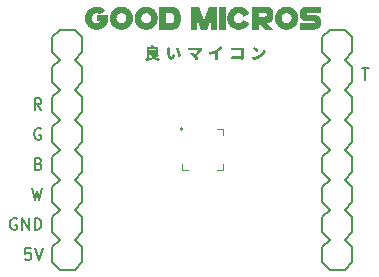
<source format=gbr>
%TF.GenerationSoftware,KiCad,Pcbnew,7.0.9-7.0.9~ubuntu22.04.1*%
%TF.CreationDate,2024-03-19T19:09:07+02:00*%
%TF.ProjectId,rgbw-light,72676277-2d6c-4696-9768-742e6b696361,rev?*%
%TF.SameCoordinates,Original*%
%TF.FileFunction,Legend,Top*%
%TF.FilePolarity,Positive*%
%FSLAX46Y46*%
G04 Gerber Fmt 4.6, Leading zero omitted, Abs format (unit mm)*
G04 Created by KiCad (PCBNEW 7.0.9-7.0.9~ubuntu22.04.1) date 2024-03-19 19:09:07*
%MOMM*%
%LPD*%
G01*
G04 APERTURE LIST*
%ADD10C,0.000000*%
%ADD11C,0.150000*%
%ADD12C,0.120000*%
%ADD13C,0.200000*%
G04 APERTURE END LIST*
D10*
G36*
X148348097Y-86043463D02*
G01*
X148351565Y-86043708D01*
X148355013Y-86044090D01*
X148358435Y-86044610D01*
X148361829Y-86045264D01*
X148365190Y-86046053D01*
X148368514Y-86046975D01*
X148371797Y-86048028D01*
X148375036Y-86049211D01*
X148378226Y-86050523D01*
X148381364Y-86051962D01*
X148384446Y-86053527D01*
X148387467Y-86055217D01*
X148390424Y-86057030D01*
X148393313Y-86058966D01*
X148396129Y-86061021D01*
X148427127Y-86084125D01*
X148457819Y-86107625D01*
X148488200Y-86131520D01*
X148518267Y-86155805D01*
X148548017Y-86180478D01*
X148577446Y-86205536D01*
X148606550Y-86230976D01*
X148635325Y-86256794D01*
X148638259Y-86259588D01*
X148641019Y-86262523D01*
X148643604Y-86265590D01*
X148646009Y-86268782D01*
X148648232Y-86272090D01*
X148650267Y-86275507D01*
X148652113Y-86279023D01*
X148653766Y-86282632D01*
X148655222Y-86286324D01*
X148656478Y-86290092D01*
X148657529Y-86293928D01*
X148658374Y-86297823D01*
X148659008Y-86301769D01*
X148659428Y-86305758D01*
X148659630Y-86309782D01*
X148659611Y-86313833D01*
X148659543Y-86317823D01*
X148659278Y-86321788D01*
X148658820Y-86325721D01*
X148658169Y-86329614D01*
X148657331Y-86333462D01*
X148656306Y-86337257D01*
X148655098Y-86340994D01*
X148653710Y-86344664D01*
X148652144Y-86348263D01*
X148650402Y-86351783D01*
X148648489Y-86355217D01*
X148646405Y-86358559D01*
X148644155Y-86361802D01*
X148641740Y-86364939D01*
X148639164Y-86367965D01*
X148636429Y-86370871D01*
X148575342Y-86431958D01*
X148572664Y-86434744D01*
X148569854Y-86437366D01*
X148566919Y-86439822D01*
X148563867Y-86442109D01*
X148560705Y-86444223D01*
X148557442Y-86446160D01*
X148554084Y-86447919D01*
X148550640Y-86449494D01*
X148547116Y-86450884D01*
X148543522Y-86452086D01*
X148539863Y-86453094D01*
X148536148Y-86453908D01*
X148532384Y-86454522D01*
X148528580Y-86454935D01*
X148524742Y-86455143D01*
X148520878Y-86455142D01*
X148516927Y-86455135D01*
X148512998Y-86454938D01*
X148509097Y-86454551D01*
X148505230Y-86453978D01*
X148501404Y-86453220D01*
X148497625Y-86452281D01*
X148493900Y-86451162D01*
X148490235Y-86449867D01*
X148486636Y-86448397D01*
X148483110Y-86446756D01*
X148479663Y-86444944D01*
X148476301Y-86442966D01*
X148473032Y-86440823D01*
X148469861Y-86438518D01*
X148466795Y-86436053D01*
X148463839Y-86433431D01*
X148436260Y-86407027D01*
X148408312Y-86381024D01*
X148379998Y-86355424D01*
X148351324Y-86330232D01*
X148322294Y-86305451D01*
X148292912Y-86281085D01*
X148263182Y-86257137D01*
X148233109Y-86233613D01*
X148233110Y-86233609D01*
X148230222Y-86231161D01*
X148227476Y-86228579D01*
X148224875Y-86225871D01*
X148222424Y-86223043D01*
X148220126Y-86220101D01*
X148217983Y-86217053D01*
X148216000Y-86213904D01*
X148214179Y-86210660D01*
X148212524Y-86207329D01*
X148211039Y-86203916D01*
X148209727Y-86200429D01*
X148208591Y-86196872D01*
X148207635Y-86193254D01*
X148206862Y-86189580D01*
X148206276Y-86185857D01*
X148205879Y-86182091D01*
X148205792Y-86181589D01*
X148205716Y-86181085D01*
X148205652Y-86180580D01*
X148205599Y-86180073D01*
X148205558Y-86179566D01*
X148205529Y-86179059D01*
X148205512Y-86178551D01*
X148205506Y-86178043D01*
X148205512Y-86177535D01*
X148205529Y-86177027D01*
X148205558Y-86176519D01*
X148205599Y-86176012D01*
X148205652Y-86175506D01*
X148205716Y-86175001D01*
X148205792Y-86174497D01*
X148205879Y-86173995D01*
X148205951Y-86170642D01*
X148206194Y-86167313D01*
X148206605Y-86164013D01*
X148207183Y-86160750D01*
X148207923Y-86157527D01*
X148208824Y-86154353D01*
X148209883Y-86151232D01*
X148211098Y-86148170D01*
X148212466Y-86145173D01*
X148213985Y-86142248D01*
X148215652Y-86139400D01*
X148217464Y-86136635D01*
X148219420Y-86133959D01*
X148221516Y-86131378D01*
X148223750Y-86128898D01*
X148226120Y-86126524D01*
X148276534Y-86072062D01*
X148279416Y-86069136D01*
X148282413Y-86066350D01*
X148285520Y-86063704D01*
X148288732Y-86061203D01*
X148292044Y-86058848D01*
X148295451Y-86056642D01*
X148298946Y-86054588D01*
X148302526Y-86052688D01*
X148306185Y-86050946D01*
X148309917Y-86049362D01*
X148313718Y-86047941D01*
X148317583Y-86046685D01*
X148321506Y-86045596D01*
X148325481Y-86044677D01*
X148329505Y-86043930D01*
X148333571Y-86043359D01*
X148344611Y-86043359D01*
X148348097Y-86043463D01*
G37*
G36*
X149177310Y-86259389D02*
G01*
X149180152Y-86259613D01*
X149182950Y-86260033D01*
X149185695Y-86260647D01*
X149188378Y-86261447D01*
X149190990Y-86262429D01*
X149193522Y-86263587D01*
X149195965Y-86264917D01*
X149198310Y-86266413D01*
X149200548Y-86268069D01*
X149202671Y-86269880D01*
X149204669Y-86271841D01*
X149206533Y-86273947D01*
X149208254Y-86276193D01*
X149209824Y-86278572D01*
X149211233Y-86281080D01*
X149264224Y-86378966D01*
X149266360Y-86382889D01*
X149268363Y-86386872D01*
X149270232Y-86390912D01*
X149271965Y-86395006D01*
X149273562Y-86399149D01*
X149275022Y-86403339D01*
X149276344Y-86407572D01*
X149277528Y-86411845D01*
X149278571Y-86416155D01*
X149279474Y-86420497D01*
X149280236Y-86424868D01*
X149280855Y-86429265D01*
X149281331Y-86433685D01*
X149281662Y-86438124D01*
X149281848Y-86442579D01*
X149281889Y-86447045D01*
X149281850Y-86451739D01*
X149281639Y-86456418D01*
X149281256Y-86461075D01*
X149280704Y-86465708D01*
X149279982Y-86470311D01*
X149279093Y-86474881D01*
X149278037Y-86479411D01*
X149276817Y-86483899D01*
X149275433Y-86488338D01*
X149273887Y-86492726D01*
X149272181Y-86497057D01*
X149270314Y-86501326D01*
X149268290Y-86505530D01*
X149266109Y-86509663D01*
X149263772Y-86513721D01*
X149261281Y-86517700D01*
X149237559Y-86551684D01*
X149212850Y-86584925D01*
X149187174Y-86617400D01*
X149160547Y-86649089D01*
X149132989Y-86679971D01*
X149104517Y-86710025D01*
X149075148Y-86739230D01*
X149044902Y-86767565D01*
X149012000Y-86796966D01*
X148978341Y-86825460D01*
X148943943Y-86853033D01*
X148908826Y-86879670D01*
X148873009Y-86905358D01*
X148836510Y-86930082D01*
X148799349Y-86953829D01*
X148761546Y-86976584D01*
X148737221Y-86990854D01*
X148712640Y-87004639D01*
X148687809Y-87017938D01*
X148662738Y-87030746D01*
X148637432Y-87043061D01*
X148611899Y-87054880D01*
X148586147Y-87066199D01*
X148560182Y-87077017D01*
X148534013Y-87087330D01*
X148507647Y-87097134D01*
X148481090Y-87106428D01*
X148454351Y-87115207D01*
X148427437Y-87123470D01*
X148400355Y-87131212D01*
X148373112Y-87138432D01*
X148345716Y-87145125D01*
X148345716Y-87145126D01*
X148341357Y-87145976D01*
X148336980Y-87146656D01*
X148332590Y-87147166D01*
X148328191Y-87147505D01*
X148323789Y-87147675D01*
X148319389Y-87147677D01*
X148314995Y-87147510D01*
X148310612Y-87147174D01*
X148306245Y-87146672D01*
X148301899Y-87146002D01*
X148297578Y-87145166D01*
X148293289Y-87144164D01*
X148289034Y-87142995D01*
X148284821Y-87141662D01*
X148280652Y-87140164D01*
X148276534Y-87138502D01*
X148272547Y-87136598D01*
X148268636Y-87134562D01*
X148264804Y-87132397D01*
X148261054Y-87130105D01*
X148257390Y-87127688D01*
X148253813Y-87125149D01*
X148250328Y-87122491D01*
X148246936Y-87119716D01*
X148243642Y-87116826D01*
X148240447Y-87113825D01*
X148237355Y-87110714D01*
X148234369Y-87107497D01*
X148231492Y-87104175D01*
X148228726Y-87100751D01*
X148226075Y-87097228D01*
X148223542Y-87093607D01*
X148166505Y-87005290D01*
X148165540Y-87003752D01*
X148164632Y-87002186D01*
X148163780Y-87000592D01*
X148162984Y-86998972D01*
X148162246Y-86997328D01*
X148161565Y-86995660D01*
X148160943Y-86993971D01*
X148160380Y-86992262D01*
X148159875Y-86990535D01*
X148159430Y-86988790D01*
X148159046Y-86987031D01*
X148158722Y-86985257D01*
X148158459Y-86983472D01*
X148158257Y-86981676D01*
X148158118Y-86979870D01*
X148158041Y-86978057D01*
X148158077Y-86976639D01*
X148158156Y-86975225D01*
X148158277Y-86973815D01*
X148158439Y-86972411D01*
X148158643Y-86971014D01*
X148158888Y-86969625D01*
X148159174Y-86968244D01*
X148159501Y-86966872D01*
X148159869Y-86965510D01*
X148160277Y-86964160D01*
X148160725Y-86962822D01*
X148161213Y-86961497D01*
X148161741Y-86960186D01*
X148162308Y-86958890D01*
X148162914Y-86957610D01*
X148163559Y-86956346D01*
X148164907Y-86953281D01*
X148166441Y-86950334D01*
X148168153Y-86947512D01*
X148170036Y-86944820D01*
X148172080Y-86942266D01*
X148174278Y-86939855D01*
X148176622Y-86937595D01*
X148179103Y-86935491D01*
X148181714Y-86933550D01*
X148184446Y-86931778D01*
X148187291Y-86930183D01*
X148190242Y-86928769D01*
X148193290Y-86927544D01*
X148196427Y-86926515D01*
X148199644Y-86925687D01*
X148202935Y-86925067D01*
X148254389Y-86915181D01*
X148305290Y-86903349D01*
X148355586Y-86889598D01*
X148405227Y-86873955D01*
X148454161Y-86856446D01*
X148502337Y-86837097D01*
X148549704Y-86815935D01*
X148596212Y-86792987D01*
X148641809Y-86768277D01*
X148686443Y-86741834D01*
X148730065Y-86713684D01*
X148772623Y-86683852D01*
X148814065Y-86652366D01*
X148854341Y-86619251D01*
X148893401Y-86584535D01*
X148931191Y-86548243D01*
X148946077Y-86533270D01*
X148960710Y-86518065D01*
X148975088Y-86502629D01*
X148989208Y-86486967D01*
X149003069Y-86471082D01*
X149016666Y-86454977D01*
X149029999Y-86438655D01*
X149043064Y-86422119D01*
X149055858Y-86405374D01*
X149068380Y-86388422D01*
X149080626Y-86371266D01*
X149092594Y-86353911D01*
X149104282Y-86336358D01*
X149115686Y-86318612D01*
X149126805Y-86300676D01*
X149137635Y-86282552D01*
X149138375Y-86281318D01*
X149139149Y-86280111D01*
X149140799Y-86277783D01*
X149142577Y-86275572D01*
X149144478Y-86273482D01*
X149146495Y-86271518D01*
X149148620Y-86269683D01*
X149150849Y-86267982D01*
X149153173Y-86266419D01*
X149155587Y-86264997D01*
X149158083Y-86263722D01*
X149160656Y-86262597D01*
X149163298Y-86261626D01*
X149166004Y-86260814D01*
X149168766Y-86260164D01*
X149171578Y-86259681D01*
X149173001Y-86259503D01*
X149174434Y-86259369D01*
X149177310Y-86259389D01*
G37*
G36*
X146503270Y-86093071D02*
G01*
X146530593Y-86094325D01*
X146555709Y-86095026D01*
X146578617Y-86095245D01*
X147341833Y-86095245D01*
X147345562Y-86095237D01*
X147349268Y-86095425D01*
X147352943Y-86095805D01*
X147356582Y-86096374D01*
X147360177Y-86097131D01*
X147363720Y-86098071D01*
X147367206Y-86099192D01*
X147370627Y-86100491D01*
X147373976Y-86101966D01*
X147377246Y-86103613D01*
X147380431Y-86105429D01*
X147383523Y-86107412D01*
X147386515Y-86109560D01*
X147389400Y-86111868D01*
X147392172Y-86114334D01*
X147394824Y-86116956D01*
X147397392Y-86119641D01*
X147399812Y-86122440D01*
X147402079Y-86125346D01*
X147404191Y-86128352D01*
X147406147Y-86131452D01*
X147407943Y-86134640D01*
X147409576Y-86137909D01*
X147411044Y-86141254D01*
X147412344Y-86144667D01*
X147413475Y-86148142D01*
X147414432Y-86151674D01*
X147415214Y-86155255D01*
X147415818Y-86158879D01*
X147416241Y-86162540D01*
X147416481Y-86166231D01*
X147416534Y-86169947D01*
X147416535Y-86172523D01*
X147416535Y-86954874D01*
X147418008Y-87060488D01*
X147417873Y-87064386D01*
X147417546Y-87068232D01*
X147417032Y-87072022D01*
X147416336Y-87075750D01*
X147415462Y-87079413D01*
X147414415Y-87083004D01*
X147413199Y-87086520D01*
X147411821Y-87089957D01*
X147410283Y-87093308D01*
X147408591Y-87096571D01*
X147406749Y-87099739D01*
X147404763Y-87102809D01*
X147402636Y-87105775D01*
X147400374Y-87108633D01*
X147397981Y-87111379D01*
X147395462Y-87114007D01*
X147392821Y-87116513D01*
X147390064Y-87118893D01*
X147387195Y-87121141D01*
X147384219Y-87123253D01*
X147381139Y-87125225D01*
X147377962Y-87127051D01*
X147374692Y-87128728D01*
X147371333Y-87130249D01*
X147367890Y-87131611D01*
X147364368Y-87132810D01*
X147360771Y-87133839D01*
X147357104Y-87134696D01*
X147353373Y-87135374D01*
X147349581Y-87135869D01*
X147345733Y-87136178D01*
X147341834Y-87136294D01*
X147238795Y-87136294D01*
X147235776Y-87136240D01*
X147232779Y-87136025D01*
X147229811Y-87135652D01*
X147226877Y-87135122D01*
X147223984Y-87134439D01*
X147221136Y-87133604D01*
X147218341Y-87132622D01*
X147215603Y-87131493D01*
X147212929Y-87130222D01*
X147210324Y-87128809D01*
X147207794Y-87127259D01*
X147205346Y-87125573D01*
X147202984Y-87123754D01*
X147200714Y-87121805D01*
X147198543Y-87119728D01*
X147196477Y-87117526D01*
X147194392Y-87115398D01*
X147192427Y-87113177D01*
X147190585Y-87110867D01*
X147188869Y-87108475D01*
X147187279Y-87106005D01*
X147185819Y-87103463D01*
X147184490Y-87100853D01*
X147183295Y-87098182D01*
X147182236Y-87095454D01*
X147181315Y-87092674D01*
X147180534Y-87089848D01*
X147179896Y-87086981D01*
X147179402Y-87084078D01*
X147179055Y-87081145D01*
X147178858Y-87078186D01*
X147178811Y-87075208D01*
X147178812Y-87075208D01*
X147178804Y-87074800D01*
X147178782Y-87074406D01*
X147178744Y-87074024D01*
X147178690Y-87073655D01*
X147178622Y-87073299D01*
X147178538Y-87072957D01*
X147178438Y-87072627D01*
X147178323Y-87072310D01*
X147178193Y-87072006D01*
X147178046Y-87071715D01*
X147177884Y-87071437D01*
X147177706Y-87071171D01*
X147177512Y-87070919D01*
X147177302Y-87070680D01*
X147177076Y-87070453D01*
X147176834Y-87070240D01*
X147176576Y-87070039D01*
X147176302Y-87069852D01*
X147176011Y-87069677D01*
X147175704Y-87069515D01*
X147175381Y-87069367D01*
X147175041Y-87069231D01*
X147174684Y-87069108D01*
X147174311Y-87068998D01*
X147173921Y-87068901D01*
X147173514Y-87068817D01*
X147173090Y-87068746D01*
X147172650Y-87068687D01*
X147172192Y-87068642D01*
X147171718Y-87068610D01*
X147171226Y-87068590D01*
X147170717Y-87068584D01*
X146569050Y-87068584D01*
X146544297Y-87068624D01*
X146517577Y-87068906D01*
X146503512Y-87069213D01*
X146488994Y-87069671D01*
X146474036Y-87070310D01*
X146458651Y-87071160D01*
X146452397Y-87071160D01*
X146448815Y-87071113D01*
X146445254Y-87070893D01*
X146441721Y-87070503D01*
X146438220Y-87069943D01*
X146434758Y-87069218D01*
X146431341Y-87068329D01*
X146427974Y-87067278D01*
X146424662Y-87066068D01*
X146421413Y-87064701D01*
X146418231Y-87063179D01*
X146415122Y-87061504D01*
X146412092Y-87059679D01*
X146409147Y-87057706D01*
X146406293Y-87055587D01*
X146403534Y-87053324D01*
X146400878Y-87050921D01*
X146397985Y-87048410D01*
X146395255Y-87045754D01*
X146392692Y-87042963D01*
X146390299Y-87040042D01*
X146388079Y-87037002D01*
X146386038Y-87033849D01*
X146384178Y-87030592D01*
X146382503Y-87027239D01*
X146381017Y-87023799D01*
X146379724Y-87020278D01*
X146378627Y-87016685D01*
X146377731Y-87013029D01*
X146377039Y-87009318D01*
X146376555Y-87005558D01*
X146376282Y-87001760D01*
X146376224Y-86997930D01*
X146376222Y-86917707D01*
X146376283Y-86913743D01*
X146376542Y-86909828D01*
X146376994Y-86905968D01*
X146377633Y-86902167D01*
X146378454Y-86898431D01*
X146379454Y-86894763D01*
X146380628Y-86891171D01*
X146381970Y-86887657D01*
X146383475Y-86884227D01*
X146385140Y-86880886D01*
X146386960Y-86877638D01*
X146388928Y-86874489D01*
X146391042Y-86871443D01*
X146393296Y-86868506D01*
X146395685Y-86865681D01*
X146398205Y-86862975D01*
X146400850Y-86860391D01*
X146403617Y-86857936D01*
X146406500Y-86855612D01*
X146409494Y-86853427D01*
X146412595Y-86851383D01*
X146415798Y-86849487D01*
X146419099Y-86847743D01*
X146422492Y-86846156D01*
X146425973Y-86844730D01*
X146429537Y-86843471D01*
X146433179Y-86842384D01*
X146436895Y-86841473D01*
X146440679Y-86840744D01*
X146444527Y-86840201D01*
X146448435Y-86839848D01*
X146452397Y-86839692D01*
X146456445Y-86839692D01*
X146483624Y-86841624D01*
X146509941Y-86843004D01*
X146535361Y-86843832D01*
X146559850Y-86844108D01*
X147169613Y-86844108D01*
X147170191Y-86844097D01*
X147170751Y-86844065D01*
X147171294Y-86844011D01*
X147171820Y-86843936D01*
X147172328Y-86843839D01*
X147172819Y-86843720D01*
X147173292Y-86843580D01*
X147173747Y-86843418D01*
X147174185Y-86843235D01*
X147174604Y-86843030D01*
X147175006Y-86842804D01*
X147175389Y-86842556D01*
X147175755Y-86842286D01*
X147176103Y-86841995D01*
X147176432Y-86841682D01*
X147176743Y-86841348D01*
X147177036Y-86840992D01*
X147177310Y-86840615D01*
X147177566Y-86840216D01*
X147177803Y-86839796D01*
X147178022Y-86839354D01*
X147178222Y-86838890D01*
X147178403Y-86838405D01*
X147178566Y-86837898D01*
X147178709Y-86837370D01*
X147178834Y-86836820D01*
X147178940Y-86836249D01*
X147179026Y-86835656D01*
X147179094Y-86835041D01*
X147179142Y-86834405D01*
X147179171Y-86833748D01*
X147179181Y-86833068D01*
X147179181Y-86324503D01*
X147179171Y-86323927D01*
X147179142Y-86323369D01*
X147179094Y-86322831D01*
X147179026Y-86322312D01*
X147178940Y-86321812D01*
X147178834Y-86321331D01*
X147178709Y-86320870D01*
X147178566Y-86320427D01*
X147178403Y-86320003D01*
X147178222Y-86319598D01*
X147178022Y-86319211D01*
X147177803Y-86318843D01*
X147177566Y-86318494D01*
X147177310Y-86318164D01*
X147177036Y-86317851D01*
X147176743Y-86317558D01*
X147176432Y-86317282D01*
X147176103Y-86317025D01*
X147175755Y-86316786D01*
X147175389Y-86316565D01*
X147175006Y-86316362D01*
X147174604Y-86316177D01*
X147174185Y-86316010D01*
X147173747Y-86315861D01*
X147173292Y-86315730D01*
X147172819Y-86315617D01*
X147172328Y-86315521D01*
X147171820Y-86315442D01*
X147171294Y-86315382D01*
X147170751Y-86315338D01*
X147169613Y-86315304D01*
X146471165Y-86315304D01*
X146467449Y-86315250D01*
X146463757Y-86315010D01*
X146460096Y-86314587D01*
X146456471Y-86313983D01*
X146452890Y-86313201D01*
X146449359Y-86312244D01*
X146445883Y-86311114D01*
X146442470Y-86309813D01*
X146439126Y-86308345D01*
X146435857Y-86306712D01*
X146432669Y-86304916D01*
X146429568Y-86302961D01*
X146426562Y-86300848D01*
X146423657Y-86298581D01*
X146420858Y-86296161D01*
X146418173Y-86293592D01*
X146415397Y-86290936D01*
X146412784Y-86288148D01*
X146410335Y-86285236D01*
X146408055Y-86282207D01*
X146405946Y-86279068D01*
X146404012Y-86275828D01*
X146402255Y-86272494D01*
X146400680Y-86269074D01*
X146399290Y-86265574D01*
X146398086Y-86262003D01*
X146397074Y-86258368D01*
X146396256Y-86254677D01*
X146395635Y-86250936D01*
X146395215Y-86247155D01*
X146394998Y-86243339D01*
X146394989Y-86239498D01*
X146394989Y-86165899D01*
X146394998Y-86162058D01*
X146395215Y-86158242D01*
X146395635Y-86154461D01*
X146396256Y-86150720D01*
X146397074Y-86147029D01*
X146398086Y-86143394D01*
X146399290Y-86139823D01*
X146400680Y-86136323D01*
X146402255Y-86132902D01*
X146404012Y-86129568D01*
X146405946Y-86126329D01*
X146408055Y-86123190D01*
X146410335Y-86120161D01*
X146412784Y-86117249D01*
X146415397Y-86114461D01*
X146418173Y-86111805D01*
X146420819Y-86109375D01*
X146423568Y-86107088D01*
X146426416Y-86104944D01*
X146429355Y-86102946D01*
X146432380Y-86101096D01*
X146435486Y-86099397D01*
X146438667Y-86097851D01*
X146441916Y-86096460D01*
X146445228Y-86095226D01*
X146448597Y-86094153D01*
X146452018Y-86093241D01*
X146455485Y-86092494D01*
X146458991Y-86091914D01*
X146462532Y-86091503D01*
X146466101Y-86091263D01*
X146469692Y-86091197D01*
X146473739Y-86091197D01*
X146503270Y-86093071D01*
G37*
G36*
X145479119Y-85982709D02*
G01*
X145482473Y-85982939D01*
X145485800Y-85983326D01*
X145489096Y-85983869D01*
X145492356Y-85984565D01*
X145495574Y-85985413D01*
X145498746Y-85986411D01*
X145501865Y-85987556D01*
X145504927Y-85988846D01*
X145507926Y-85990280D01*
X145510858Y-85991854D01*
X145513717Y-85993568D01*
X145516498Y-85995420D01*
X145519195Y-85997406D01*
X145521804Y-85999525D01*
X145524320Y-86001775D01*
X145586879Y-86057342D01*
X145589835Y-86060010D01*
X145592620Y-86062825D01*
X145595230Y-86065779D01*
X145597662Y-86068861D01*
X145599911Y-86072066D01*
X145601973Y-86075383D01*
X145603846Y-86078804D01*
X145605525Y-86082322D01*
X145607006Y-86085927D01*
X145608286Y-86089611D01*
X145609362Y-86093366D01*
X145610229Y-86097184D01*
X145610883Y-86101055D01*
X145611321Y-86104972D01*
X145611540Y-86108926D01*
X145611535Y-86112908D01*
X145611495Y-86116683D01*
X145611251Y-86120430D01*
X145610808Y-86124143D01*
X145610169Y-86127814D01*
X145609337Y-86131435D01*
X145608314Y-86134999D01*
X145607105Y-86138500D01*
X145605712Y-86141928D01*
X145604139Y-86145278D01*
X145602389Y-86148542D01*
X145600465Y-86151711D01*
X145598371Y-86154780D01*
X145596109Y-86157741D01*
X145593683Y-86160586D01*
X145591096Y-86163308D01*
X145588351Y-86165899D01*
X145552969Y-86198250D01*
X145516948Y-86229867D01*
X145480301Y-86260739D01*
X145443038Y-86290859D01*
X145405173Y-86320216D01*
X145366715Y-86348802D01*
X145327677Y-86376607D01*
X145288071Y-86403623D01*
X145288070Y-86403622D01*
X145287505Y-86403917D01*
X145286954Y-86404230D01*
X145286417Y-86404562D01*
X145285895Y-86404911D01*
X145285388Y-86405278D01*
X145284897Y-86405661D01*
X145284421Y-86406061D01*
X145283961Y-86406477D01*
X145283517Y-86406907D01*
X145283090Y-86407353D01*
X145282680Y-86407812D01*
X145282287Y-86408285D01*
X145281911Y-86408771D01*
X145281553Y-86409270D01*
X145281214Y-86409781D01*
X145280892Y-86410304D01*
X145280590Y-86410837D01*
X145280306Y-86411381D01*
X145280042Y-86411935D01*
X145279797Y-86412499D01*
X145279572Y-86413071D01*
X145279367Y-86413652D01*
X145279183Y-86414241D01*
X145279020Y-86414838D01*
X145278878Y-86415441D01*
X145278757Y-86416051D01*
X145278659Y-86416666D01*
X145278582Y-86417287D01*
X145278527Y-86417913D01*
X145278496Y-86418543D01*
X145278487Y-86419177D01*
X145278501Y-86419814D01*
X145278501Y-86964442D01*
X145282549Y-87092135D01*
X145282509Y-87095618D01*
X145282306Y-87099082D01*
X145281941Y-87102521D01*
X145281416Y-87105930D01*
X145280734Y-87109304D01*
X145279897Y-87112636D01*
X145278906Y-87115923D01*
X145277763Y-87119158D01*
X145276472Y-87122337D01*
X145275032Y-87125453D01*
X145273447Y-87128502D01*
X145271719Y-87131478D01*
X145269849Y-87134376D01*
X145267840Y-87137191D01*
X145265694Y-87139918D01*
X145263412Y-87142550D01*
X145261024Y-87145248D01*
X145258502Y-87147792D01*
X145255854Y-87150179D01*
X145253087Y-87152406D01*
X145250209Y-87154469D01*
X145247227Y-87156365D01*
X145244148Y-87158090D01*
X145240982Y-87159641D01*
X145237734Y-87161014D01*
X145234413Y-87162207D01*
X145231026Y-87163214D01*
X145227580Y-87164034D01*
X145224084Y-87164663D01*
X145220545Y-87165096D01*
X145216970Y-87165331D01*
X145213367Y-87165365D01*
X145105913Y-87165365D01*
X145102135Y-87165405D01*
X145098382Y-87165233D01*
X145094662Y-87164854D01*
X145090983Y-87164270D01*
X145087353Y-87163484D01*
X145083779Y-87162501D01*
X145080271Y-87161324D01*
X145076835Y-87159956D01*
X145073480Y-87158400D01*
X145070213Y-87156661D01*
X145067044Y-87154740D01*
X145063978Y-87152643D01*
X145061026Y-87150372D01*
X145058194Y-87147930D01*
X145055490Y-87145322D01*
X145052923Y-87142550D01*
X145050503Y-87139876D01*
X145048227Y-87137098D01*
X145046096Y-87134223D01*
X145044113Y-87131257D01*
X145042280Y-87128205D01*
X145040600Y-87125074D01*
X145039074Y-87121868D01*
X145037705Y-87118595D01*
X145036496Y-87115259D01*
X145035448Y-87111867D01*
X145034564Y-87108425D01*
X145033847Y-87104938D01*
X145033297Y-87101412D01*
X145032919Y-87097854D01*
X145032713Y-87094269D01*
X145032683Y-87090662D01*
X145036731Y-86964442D01*
X145036731Y-86555603D01*
X145036735Y-86555201D01*
X145036715Y-86554802D01*
X145036672Y-86554408D01*
X145036605Y-86554018D01*
X145036516Y-86553635D01*
X145036404Y-86553258D01*
X145036270Y-86552889D01*
X145036115Y-86552529D01*
X145035938Y-86552179D01*
X145035742Y-86551840D01*
X145035525Y-86551512D01*
X145035288Y-86551197D01*
X145035033Y-86550895D01*
X145034758Y-86550609D01*
X145034465Y-86550337D01*
X145034155Y-86550083D01*
X145033727Y-86549954D01*
X145033295Y-86549843D01*
X145032860Y-86549749D01*
X145032423Y-86549671D01*
X145031984Y-86549611D01*
X145031543Y-86549569D01*
X145031101Y-86549543D01*
X145030659Y-86549534D01*
X145030216Y-86549543D01*
X145029774Y-86549569D01*
X145029333Y-86549611D01*
X145028894Y-86549671D01*
X145028457Y-86549749D01*
X145028022Y-86549843D01*
X145027591Y-86549954D01*
X145027162Y-86550083D01*
X144982502Y-86571690D01*
X144937432Y-86592392D01*
X144891966Y-86612184D01*
X144846117Y-86631058D01*
X144799899Y-86649010D01*
X144753326Y-86666035D01*
X144706412Y-86682127D01*
X144659171Y-86697280D01*
X144655552Y-86698448D01*
X144651893Y-86699468D01*
X144648199Y-86700339D01*
X144644475Y-86701061D01*
X144640725Y-86701631D01*
X144636953Y-86702051D01*
X144633164Y-86702318D01*
X144629363Y-86702432D01*
X144626985Y-86702381D01*
X144624611Y-86702267D01*
X144622244Y-86702092D01*
X144619884Y-86701856D01*
X144617533Y-86701559D01*
X144615191Y-86701201D01*
X144612860Y-86700782D01*
X144610541Y-86700304D01*
X144608236Y-86699765D01*
X144605944Y-86699166D01*
X144603668Y-86698508D01*
X144601409Y-86697791D01*
X144599168Y-86697015D01*
X144596946Y-86696180D01*
X144594744Y-86695287D01*
X144592564Y-86694335D01*
X144588596Y-86692646D01*
X144584710Y-86690805D01*
X144580910Y-86688815D01*
X144577198Y-86686680D01*
X144573581Y-86684403D01*
X144570060Y-86681987D01*
X144566640Y-86679436D01*
X144563325Y-86676752D01*
X144560119Y-86673939D01*
X144557025Y-86671001D01*
X144554048Y-86667940D01*
X144551191Y-86664760D01*
X144548458Y-86661464D01*
X144545853Y-86658055D01*
X144543381Y-86654537D01*
X144541044Y-86650913D01*
X144504247Y-86584306D01*
X144503322Y-86582681D01*
X144502452Y-86581029D01*
X144501636Y-86579353D01*
X144500875Y-86577655D01*
X144500169Y-86575934D01*
X144499518Y-86574194D01*
X144498924Y-86572434D01*
X144498385Y-86570657D01*
X144497903Y-86568864D01*
X144497479Y-86567055D01*
X144497111Y-86565234D01*
X144496802Y-86563400D01*
X144496551Y-86561556D01*
X144496358Y-86559702D01*
X144496225Y-86557840D01*
X144496151Y-86555971D01*
X144496185Y-86554376D01*
X144496262Y-86552784D01*
X144496380Y-86551196D01*
X144496541Y-86549613D01*
X144496743Y-86548036D01*
X144496987Y-86546466D01*
X144497272Y-86544904D01*
X144497599Y-86543350D01*
X144497966Y-86541805D01*
X144498374Y-86540270D01*
X144498823Y-86538746D01*
X144499313Y-86537233D01*
X144499842Y-86535733D01*
X144500412Y-86534246D01*
X144501021Y-86532774D01*
X144501671Y-86531316D01*
X144503030Y-86528057D01*
X144504587Y-86524918D01*
X144506334Y-86521906D01*
X144508262Y-86519028D01*
X144510363Y-86516291D01*
X144512630Y-86513702D01*
X144515052Y-86511267D01*
X144517623Y-86508995D01*
X144520333Y-86506890D01*
X144523175Y-86504961D01*
X144526140Y-86503215D01*
X144529219Y-86501658D01*
X144532405Y-86500297D01*
X144535688Y-86499139D01*
X144539061Y-86498191D01*
X144542516Y-86497461D01*
X144616133Y-86478142D01*
X144688855Y-86455983D01*
X144760601Y-86431017D01*
X144831289Y-86403278D01*
X144900841Y-86372799D01*
X144969174Y-86339614D01*
X145036209Y-86303755D01*
X145101865Y-86265257D01*
X145144530Y-86237985D01*
X145186228Y-86209331D01*
X145226926Y-86179321D01*
X145266593Y-86147982D01*
X145305195Y-86115341D01*
X145342701Y-86081424D01*
X145379076Y-86046259D01*
X145414289Y-86009871D01*
X145416960Y-86006971D01*
X145419757Y-86004216D01*
X145422675Y-86001610D01*
X145425706Y-85999155D01*
X145428846Y-85996855D01*
X145432087Y-85994712D01*
X145435424Y-85992731D01*
X145438851Y-85990913D01*
X145442361Y-85989262D01*
X145445949Y-85987782D01*
X145449607Y-85986474D01*
X145453331Y-85985342D01*
X145457114Y-85984390D01*
X145460949Y-85983620D01*
X145464831Y-85983035D01*
X145468754Y-85982639D01*
X145475745Y-85982639D01*
X145479119Y-85982709D01*
G37*
G36*
X143739871Y-86096390D02*
G01*
X143747519Y-86096922D01*
X143755116Y-86097789D01*
X143762654Y-86098989D01*
X143770121Y-86100518D01*
X143777506Y-86102373D01*
X143784800Y-86104550D01*
X143791990Y-86107045D01*
X143799067Y-86109856D01*
X143806020Y-86112979D01*
X143812838Y-86116409D01*
X143819511Y-86120145D01*
X143826027Y-86124183D01*
X143832377Y-86128518D01*
X143838549Y-86133148D01*
X143881972Y-86169947D01*
X143884991Y-86172529D01*
X143887851Y-86175256D01*
X143890549Y-86178119D01*
X143893082Y-86181112D01*
X143895446Y-86184227D01*
X143897637Y-86187457D01*
X143899651Y-86190794D01*
X143901484Y-86194230D01*
X143903133Y-86197759D01*
X143904594Y-86201372D01*
X143905864Y-86205062D01*
X143906938Y-86208822D01*
X143907812Y-86212644D01*
X143908484Y-86216521D01*
X143908949Y-86220446D01*
X143909203Y-86224410D01*
X143909203Y-86232506D01*
X143909137Y-86235873D01*
X143908939Y-86239225D01*
X143908611Y-86242559D01*
X143908153Y-86245871D01*
X143907567Y-86249157D01*
X143906854Y-86252414D01*
X143906015Y-86255638D01*
X143905052Y-86258825D01*
X143903965Y-86261972D01*
X143902756Y-86265075D01*
X143901426Y-86268131D01*
X143899976Y-86271135D01*
X143898407Y-86274085D01*
X143896720Y-86276976D01*
X143894918Y-86279806D01*
X143893000Y-86282570D01*
X143892688Y-86282863D01*
X143892383Y-86283163D01*
X143892086Y-86283471D01*
X143891796Y-86283786D01*
X143891515Y-86284109D01*
X143891241Y-86284438D01*
X143890975Y-86284774D01*
X143890717Y-86285117D01*
X143890468Y-86285466D01*
X143890227Y-86285821D01*
X143889994Y-86286182D01*
X143889770Y-86286549D01*
X143889555Y-86286922D01*
X143889349Y-86287300D01*
X143889152Y-86287684D01*
X143888965Y-86288072D01*
X143865559Y-86324619D01*
X143841506Y-86360713D01*
X143816813Y-86396346D01*
X143791488Y-86431511D01*
X143765536Y-86466198D01*
X143738966Y-86500400D01*
X143711784Y-86534108D01*
X143683996Y-86567315D01*
X143655611Y-86600012D01*
X143626634Y-86632192D01*
X143597073Y-86663845D01*
X143566935Y-86694963D01*
X143536227Y-86725540D01*
X143504955Y-86755566D01*
X143473127Y-86785033D01*
X143440750Y-86813933D01*
X143440249Y-86814349D01*
X143439780Y-86814769D01*
X143439343Y-86815194D01*
X143438939Y-86815622D01*
X143438567Y-86816054D01*
X143438227Y-86816489D01*
X143437920Y-86816929D01*
X143437645Y-86817371D01*
X143437403Y-86817817D01*
X143437192Y-86818266D01*
X143437014Y-86818717D01*
X143436869Y-86819172D01*
X143436756Y-86819629D01*
X143436675Y-86820089D01*
X143436626Y-86820552D01*
X143436610Y-86821016D01*
X143436626Y-86821483D01*
X143436675Y-86821952D01*
X143436756Y-86822423D01*
X143436869Y-86822895D01*
X143437014Y-86823369D01*
X143437192Y-86823845D01*
X143437403Y-86824322D01*
X143437645Y-86824800D01*
X143437920Y-86825279D01*
X143438227Y-86825759D01*
X143438567Y-86826240D01*
X143438939Y-86826721D01*
X143439343Y-86827204D01*
X143439780Y-86827686D01*
X143440249Y-86828169D01*
X143440750Y-86828652D01*
X143458449Y-86846538D01*
X143476221Y-86864865D01*
X143494071Y-86883622D01*
X143512003Y-86902802D01*
X143530021Y-86922397D01*
X143548129Y-86942396D01*
X143584636Y-86983577D01*
X143586913Y-86986103D01*
X143589056Y-86988725D01*
X143591063Y-86991439D01*
X143592931Y-86994238D01*
X143594659Y-86997117D01*
X143596243Y-87000071D01*
X143597683Y-87003095D01*
X143598976Y-87006182D01*
X143600120Y-87009327D01*
X143601112Y-87012525D01*
X143601951Y-87015771D01*
X143602634Y-87019059D01*
X143603160Y-87022383D01*
X143603526Y-87025738D01*
X143603730Y-87029119D01*
X143603770Y-87032519D01*
X143603770Y-87040616D01*
X143603373Y-87044523D01*
X143602772Y-87048384D01*
X143601971Y-87052192D01*
X143600973Y-87055940D01*
X143599782Y-87059620D01*
X143598403Y-87063226D01*
X143596838Y-87066749D01*
X143595093Y-87070184D01*
X143593170Y-87073522D01*
X143591073Y-87076758D01*
X143588807Y-87079883D01*
X143586375Y-87082891D01*
X143583782Y-87085774D01*
X143581030Y-87088526D01*
X143578124Y-87091139D01*
X143575068Y-87093606D01*
X143501469Y-87152117D01*
X143498853Y-87154203D01*
X143496156Y-87156165D01*
X143493385Y-87158002D01*
X143490542Y-87159713D01*
X143487633Y-87161295D01*
X143484663Y-87162748D01*
X143481634Y-87164069D01*
X143478553Y-87165257D01*
X143475423Y-87166310D01*
X143472249Y-87167228D01*
X143469036Y-87168007D01*
X143465787Y-87168647D01*
X143462507Y-87169146D01*
X143459201Y-87169502D01*
X143455873Y-87169714D01*
X143452527Y-87169780D01*
X143451933Y-87169888D01*
X143451338Y-87169982D01*
X143450741Y-87170062D01*
X143450143Y-87170127D01*
X143449544Y-87170177D01*
X143448944Y-87170213D01*
X143448344Y-87170235D01*
X143447743Y-87170242D01*
X143447142Y-87170235D01*
X143446542Y-87170213D01*
X143445942Y-87170177D01*
X143445343Y-87170127D01*
X143444744Y-87170062D01*
X143444148Y-87169982D01*
X143443552Y-87169889D01*
X143442959Y-87169780D01*
X143439002Y-87169343D01*
X143435090Y-87168713D01*
X143431228Y-87167892D01*
X143427422Y-87166885D01*
X143423680Y-87165695D01*
X143420007Y-87164324D01*
X143416410Y-87162777D01*
X143412895Y-87161056D01*
X143409468Y-87159166D01*
X143406136Y-87157108D01*
X143402906Y-87154887D01*
X143399783Y-87152506D01*
X143396774Y-87149968D01*
X143393886Y-87147276D01*
X143391124Y-87144434D01*
X143388495Y-87141446D01*
X143362236Y-87109545D01*
X143335528Y-87077875D01*
X143308371Y-87046435D01*
X143280766Y-87015224D01*
X143252713Y-86984244D01*
X143224210Y-86953494D01*
X143195259Y-86922973D01*
X143165860Y-86892683D01*
X143137593Y-86864676D01*
X143108956Y-86837055D01*
X143079955Y-86809822D01*
X143050592Y-86782982D01*
X143020873Y-86756538D01*
X142990800Y-86730493D01*
X142960378Y-86704852D01*
X142929610Y-86679617D01*
X142926700Y-86677208D01*
X142923953Y-86674647D01*
X142921374Y-86671944D01*
X142918967Y-86669108D01*
X142916736Y-86666146D01*
X142914684Y-86663067D01*
X142912817Y-86659880D01*
X142911137Y-86656593D01*
X142909649Y-86653214D01*
X142908358Y-86649753D01*
X142907267Y-86646218D01*
X142906380Y-86642618D01*
X142905701Y-86638960D01*
X142905235Y-86635253D01*
X142904984Y-86631507D01*
X142904955Y-86627728D01*
X142905039Y-86624260D01*
X142905323Y-86620823D01*
X142905802Y-86617424D01*
X142906473Y-86614073D01*
X142907332Y-86610776D01*
X142908375Y-86607540D01*
X142909599Y-86604374D01*
X142911001Y-86601285D01*
X142912575Y-86598281D01*
X142914319Y-86595369D01*
X142916229Y-86592557D01*
X142918302Y-86589852D01*
X142920532Y-86587262D01*
X142922918Y-86584795D01*
X142925455Y-86582458D01*
X142928139Y-86580258D01*
X142982600Y-86536835D01*
X142985875Y-86534078D01*
X142989261Y-86531485D01*
X142992751Y-86529057D01*
X142996339Y-86526798D01*
X143000019Y-86524709D01*
X143003785Y-86522793D01*
X143007631Y-86521052D01*
X143011550Y-86519489D01*
X143015536Y-86518105D01*
X143019583Y-86516904D01*
X143023684Y-86515887D01*
X143027834Y-86515057D01*
X143032025Y-86514416D01*
X143036253Y-86513967D01*
X143040510Y-86513711D01*
X143044791Y-86513651D01*
X143048959Y-86513719D01*
X143053105Y-86513969D01*
X143057225Y-86514397D01*
X143061313Y-86515002D01*
X143065364Y-86515782D01*
X143069372Y-86516735D01*
X143073331Y-86517860D01*
X143077236Y-86519154D01*
X143081082Y-86520615D01*
X143084863Y-86522241D01*
X143088573Y-86524031D01*
X143092208Y-86525982D01*
X143095761Y-86528093D01*
X143099227Y-86530362D01*
X143102601Y-86532785D01*
X143105877Y-86535363D01*
X143145253Y-86566780D01*
X143183524Y-86598105D01*
X143220692Y-86629339D01*
X143256755Y-86660480D01*
X143257129Y-86660862D01*
X143257521Y-86661223D01*
X143257929Y-86661561D01*
X143258353Y-86661877D01*
X143258791Y-86662170D01*
X143259243Y-86662440D01*
X143259708Y-86662686D01*
X143260184Y-86662908D01*
X143260671Y-86663106D01*
X143261167Y-86663278D01*
X143261673Y-86663425D01*
X143262186Y-86663547D01*
X143262706Y-86663642D01*
X143263232Y-86663710D01*
X143263763Y-86663752D01*
X143264297Y-86663765D01*
X143264832Y-86663752D01*
X143265363Y-86663710D01*
X143265889Y-86663642D01*
X143266409Y-86663547D01*
X143266923Y-86663425D01*
X143267428Y-86663278D01*
X143267925Y-86663106D01*
X143268412Y-86662908D01*
X143268888Y-86662686D01*
X143269353Y-86662440D01*
X143269804Y-86662170D01*
X143270243Y-86661877D01*
X143270667Y-86661561D01*
X143271075Y-86661223D01*
X143271467Y-86660862D01*
X143271841Y-86660480D01*
X143294250Y-86641323D01*
X143316249Y-86621712D01*
X143337833Y-86601653D01*
X143358994Y-86581154D01*
X143379726Y-86560221D01*
X143400022Y-86538860D01*
X143419874Y-86517079D01*
X143439278Y-86494884D01*
X143456831Y-86474366D01*
X143473928Y-86453478D01*
X143490563Y-86432229D01*
X143506729Y-86410625D01*
X143522422Y-86388675D01*
X143537635Y-86366386D01*
X143552364Y-86343766D01*
X143566602Y-86320823D01*
X143566730Y-86320442D01*
X143566842Y-86320057D01*
X143566936Y-86319668D01*
X143567014Y-86319277D01*
X143567074Y-86318884D01*
X143567117Y-86318489D01*
X143567143Y-86318093D01*
X143567151Y-86317696D01*
X143567143Y-86317299D01*
X143567117Y-86316903D01*
X143567074Y-86316508D01*
X143567014Y-86316114D01*
X143566937Y-86315723D01*
X143566843Y-86315334D01*
X143566732Y-86314949D01*
X143566604Y-86314568D01*
X143566505Y-86314374D01*
X143566399Y-86314184D01*
X143566287Y-86313999D01*
X143566169Y-86313819D01*
X143566045Y-86313644D01*
X143565915Y-86313475D01*
X143565780Y-86313310D01*
X143565639Y-86313152D01*
X143565493Y-86312998D01*
X143565341Y-86312851D01*
X143565185Y-86312709D01*
X143565024Y-86312573D01*
X143564858Y-86312443D01*
X143564688Y-86312320D01*
X143564514Y-86312202D01*
X143564336Y-86312091D01*
X143564154Y-86311986D01*
X143563968Y-86311887D01*
X143563779Y-86311796D01*
X143563587Y-86311711D01*
X143563391Y-86311633D01*
X143563192Y-86311561D01*
X143562991Y-86311497D01*
X143562787Y-86311440D01*
X143562581Y-86311391D01*
X143562372Y-86311349D01*
X143562162Y-86311314D01*
X143561949Y-86311287D01*
X143561735Y-86311267D01*
X143561519Y-86311255D01*
X143561302Y-86311252D01*
X143561084Y-86311256D01*
X142885082Y-86311256D01*
X142875577Y-86311342D01*
X142865549Y-86311601D01*
X142854996Y-86312032D01*
X142843913Y-86312636D01*
X142832295Y-86313412D01*
X142820137Y-86314361D01*
X142807437Y-86315482D01*
X142794188Y-86316776D01*
X142787196Y-86316776D01*
X142783547Y-86316685D01*
X142779922Y-86316416D01*
X142776328Y-86315969D01*
X142772771Y-86315349D01*
X142769257Y-86314556D01*
X142765791Y-86313594D01*
X142762381Y-86312466D01*
X142759031Y-86311173D01*
X142755749Y-86309719D01*
X142752539Y-86308105D01*
X142749409Y-86306335D01*
X142746364Y-86304410D01*
X142743410Y-86302334D01*
X142740552Y-86300108D01*
X142737799Y-86297736D01*
X142735154Y-86295219D01*
X142732638Y-86292574D01*
X142730266Y-86289821D01*
X142728040Y-86286964D01*
X142725964Y-86284010D01*
X142724039Y-86280964D01*
X142722269Y-86277834D01*
X142720655Y-86274625D01*
X142719201Y-86271342D01*
X142717908Y-86267993D01*
X142716780Y-86264582D01*
X142715818Y-86261117D01*
X142715026Y-86257603D01*
X142714405Y-86254045D01*
X142713958Y-86250452D01*
X142713689Y-86246827D01*
X142713598Y-86243177D01*
X142713598Y-86167371D01*
X142713599Y-86163543D01*
X142713821Y-86159744D01*
X142714259Y-86155983D01*
X142714910Y-86152269D01*
X142715769Y-86148609D01*
X142716833Y-86145013D01*
X142718098Y-86141488D01*
X142719560Y-86138043D01*
X142721215Y-86134686D01*
X142723059Y-86131427D01*
X142725089Y-86128273D01*
X142727301Y-86125233D01*
X142729690Y-86122315D01*
X142732253Y-86119528D01*
X142734985Y-86116880D01*
X142737884Y-86114380D01*
X142740381Y-86112270D01*
X142742964Y-86110286D01*
X142745626Y-86108430D01*
X142748364Y-86106703D01*
X142751173Y-86105107D01*
X142754048Y-86103644D01*
X142756984Y-86102315D01*
X142759976Y-86101123D01*
X142763019Y-86100070D01*
X142766110Y-86099156D01*
X142769241Y-86098384D01*
X142772410Y-86097756D01*
X142775611Y-86097274D01*
X142778839Y-86096938D01*
X142782090Y-86096752D01*
X142785358Y-86096716D01*
X142792349Y-86096716D01*
X142805917Y-86097994D01*
X142818994Y-86099074D01*
X142831536Y-86099964D01*
X142843500Y-86100673D01*
X142865522Y-86101581D01*
X142884715Y-86101868D01*
X143623643Y-86101868D01*
X143632874Y-86101684D01*
X143642100Y-86101355D01*
X143651318Y-86100881D01*
X143660528Y-86100263D01*
X143669726Y-86099500D01*
X143678912Y-86098594D01*
X143688084Y-86097543D01*
X143697240Y-86096349D01*
X143724472Y-86096349D01*
X143732186Y-86096198D01*
X143739871Y-86096390D01*
G37*
G36*
X141836790Y-86134721D02*
G01*
X141840943Y-86134978D01*
X141845080Y-86135391D01*
X141849197Y-86135960D01*
X141853290Y-86136683D01*
X141857354Y-86137560D01*
X141861385Y-86138589D01*
X141865378Y-86139772D01*
X141869557Y-86141102D01*
X141873656Y-86142613D01*
X141877672Y-86144301D01*
X141881598Y-86146163D01*
X141885429Y-86148195D01*
X141889161Y-86150392D01*
X141892788Y-86152751D01*
X141896304Y-86155268D01*
X141899705Y-86157939D01*
X141902985Y-86160760D01*
X141906140Y-86163728D01*
X141909163Y-86166837D01*
X141912050Y-86170085D01*
X141914795Y-86173467D01*
X141917394Y-86176979D01*
X141919840Y-86180619D01*
X141938765Y-86213046D01*
X141956756Y-86245975D01*
X141973805Y-86279384D01*
X141989903Y-86313254D01*
X142005039Y-86347565D01*
X142019206Y-86382295D01*
X142032393Y-86417424D01*
X142044592Y-86452933D01*
X142057169Y-86489917D01*
X142068881Y-86527169D01*
X142079723Y-86564672D01*
X142089693Y-86602410D01*
X142098786Y-86640370D01*
X142106998Y-86678535D01*
X142114326Y-86716891D01*
X142120766Y-86755421D01*
X142120766Y-86770142D01*
X142120666Y-86773489D01*
X142120450Y-86776825D01*
X142120119Y-86780144D01*
X142119673Y-86783445D01*
X142119112Y-86786725D01*
X142118439Y-86789980D01*
X142117654Y-86793208D01*
X142116757Y-86796406D01*
X142115750Y-86799571D01*
X142114633Y-86802700D01*
X142113407Y-86805790D01*
X142112074Y-86808839D01*
X142110633Y-86811842D01*
X142109087Y-86814798D01*
X142107435Y-86817704D01*
X142105678Y-86820556D01*
X142103400Y-86824232D01*
X142100975Y-86827797D01*
X142098409Y-86831247D01*
X142095706Y-86834579D01*
X142092870Y-86837789D01*
X142089906Y-86840872D01*
X142086817Y-86843826D01*
X142083609Y-86846647D01*
X142080285Y-86849332D01*
X142076851Y-86851875D01*
X142073310Y-86854275D01*
X142069667Y-86856526D01*
X142065925Y-86858626D01*
X142062091Y-86860571D01*
X142058167Y-86862356D01*
X142054158Y-86863979D01*
X141982400Y-86891211D01*
X141981000Y-86891692D01*
X141979591Y-86892144D01*
X141978174Y-86892566D01*
X141976749Y-86892957D01*
X141975316Y-86893318D01*
X141973877Y-86893648D01*
X141972431Y-86893948D01*
X141970980Y-86894218D01*
X141969523Y-86894456D01*
X141968062Y-86894664D01*
X141966596Y-86894841D01*
X141965126Y-86894987D01*
X141963652Y-86895101D01*
X141962176Y-86895185D01*
X141960697Y-86895238D01*
X141959216Y-86895259D01*
X141957140Y-86895157D01*
X141955073Y-86894987D01*
X141953016Y-86894749D01*
X141950970Y-86894443D01*
X141948938Y-86894070D01*
X141946921Y-86893631D01*
X141944921Y-86893126D01*
X141942939Y-86892555D01*
X141940977Y-86891920D01*
X141939036Y-86891219D01*
X141937119Y-86890455D01*
X141935226Y-86889627D01*
X141933360Y-86888736D01*
X141931522Y-86887783D01*
X141929713Y-86886768D01*
X141927936Y-86885691D01*
X141926355Y-86884776D01*
X141924809Y-86883816D01*
X141921825Y-86881765D01*
X141918990Y-86879547D01*
X141916309Y-86877169D01*
X141913787Y-86874641D01*
X141911429Y-86871970D01*
X141909243Y-86869166D01*
X141907232Y-86866237D01*
X141905402Y-86863192D01*
X141903759Y-86860038D01*
X141902308Y-86856785D01*
X141901056Y-86853441D01*
X141900006Y-86850014D01*
X141899165Y-86846513D01*
X141898538Y-86842947D01*
X141898306Y-86841142D01*
X141898130Y-86839324D01*
X141883721Y-86745814D01*
X141875507Y-86701167D01*
X141866621Y-86657927D01*
X141857061Y-86616092D01*
X141846829Y-86575663D01*
X141835925Y-86536640D01*
X141824347Y-86499023D01*
X141812097Y-86462812D01*
X141799175Y-86428007D01*
X141785579Y-86394607D01*
X141771311Y-86362613D01*
X141756370Y-86332025D01*
X141740756Y-86302843D01*
X141724470Y-86275067D01*
X141707511Y-86248697D01*
X141707508Y-86248697D01*
X141706227Y-86246792D01*
X141705022Y-86244846D01*
X141703893Y-86242860D01*
X141702840Y-86240837D01*
X141701865Y-86238779D01*
X141700969Y-86236688D01*
X141700151Y-86234566D01*
X141699413Y-86232416D01*
X141698756Y-86230240D01*
X141698180Y-86228041D01*
X141697685Y-86225820D01*
X141697274Y-86223580D01*
X141696946Y-86221323D01*
X141696702Y-86219052D01*
X141696543Y-86216768D01*
X141696469Y-86214474D01*
X141696520Y-86212279D01*
X141696648Y-86210089D01*
X141696855Y-86207907D01*
X141697139Y-86205734D01*
X141697500Y-86203573D01*
X141697938Y-86201425D01*
X141698453Y-86199293D01*
X141699045Y-86197179D01*
X141700000Y-86193825D01*
X141701173Y-86190574D01*
X141702556Y-86187432D01*
X141704141Y-86184408D01*
X141705919Y-86181511D01*
X141707882Y-86178749D01*
X141710021Y-86176130D01*
X141712329Y-86173663D01*
X141714796Y-86171355D01*
X141717415Y-86169216D01*
X141720177Y-86167253D01*
X141723074Y-86165475D01*
X141726098Y-86163891D01*
X141729239Y-86162508D01*
X141732491Y-86161334D01*
X141735844Y-86160379D01*
X141795827Y-86139771D01*
X141800334Y-86138569D01*
X141804875Y-86137525D01*
X141809448Y-86136640D01*
X141814047Y-86135914D01*
X141818669Y-86135349D01*
X141823308Y-86134944D01*
X141827962Y-86134701D01*
X141832626Y-86134620D01*
X141836790Y-86134721D01*
G37*
G36*
X141121395Y-86086811D02*
G01*
X141125141Y-86087061D01*
X141128848Y-86087527D01*
X141132506Y-86088206D01*
X141136106Y-86089093D01*
X141139641Y-86090184D01*
X141143102Y-86091476D01*
X141146480Y-86092963D01*
X141149767Y-86094643D01*
X141152954Y-86096510D01*
X141156033Y-86098562D01*
X141158995Y-86100793D01*
X141161831Y-86103200D01*
X141164534Y-86105779D01*
X141167094Y-86108526D01*
X141169504Y-86111437D01*
X141171585Y-86113841D01*
X141173545Y-86116330D01*
X141175381Y-86118899D01*
X141177092Y-86121544D01*
X141178675Y-86124259D01*
X141180130Y-86127040D01*
X141181453Y-86129883D01*
X141182643Y-86132781D01*
X141183699Y-86135732D01*
X141184618Y-86138729D01*
X141185399Y-86141769D01*
X141186040Y-86144846D01*
X141186540Y-86147956D01*
X141186895Y-86151094D01*
X141187105Y-86154255D01*
X141187168Y-86157435D01*
X141187304Y-86158628D01*
X141187401Y-86159823D01*
X141187460Y-86161021D01*
X141187479Y-86162219D01*
X141187460Y-86163418D01*
X141187401Y-86164615D01*
X141187303Y-86165810D01*
X141187167Y-86167003D01*
X141185461Y-86180744D01*
X141183953Y-86194506D01*
X141182643Y-86208287D01*
X141181531Y-86222085D01*
X141180618Y-86235897D01*
X141179904Y-86249722D01*
X141179388Y-86263557D01*
X141179072Y-86277400D01*
X141179635Y-86362343D01*
X141181371Y-86436143D01*
X141182701Y-86468875D01*
X141184349Y-86498834D01*
X141186326Y-86526024D01*
X141188639Y-86550450D01*
X141190794Y-86579510D01*
X141193785Y-86608478D01*
X141197609Y-86637336D01*
X141202263Y-86666065D01*
X141207745Y-86694648D01*
X141214050Y-86723067D01*
X141221175Y-86751304D01*
X141229118Y-86779341D01*
X141232676Y-86788832D01*
X141236450Y-86797712D01*
X141240441Y-86805979D01*
X141244649Y-86813633D01*
X141249074Y-86820675D01*
X141253718Y-86827105D01*
X141258581Y-86832923D01*
X141263663Y-86838128D01*
X141268966Y-86842721D01*
X141274488Y-86846701D01*
X141277332Y-86848462D01*
X141280232Y-86850069D01*
X141283187Y-86851523D01*
X141286197Y-86852825D01*
X141289263Y-86853973D01*
X141292384Y-86854968D01*
X141295561Y-86855810D01*
X141298794Y-86856499D01*
X141302083Y-86857035D01*
X141305427Y-86857418D01*
X141312284Y-86857724D01*
X141315777Y-86857540D01*
X141319285Y-86856991D01*
X141322808Y-86856074D01*
X141326344Y-86854791D01*
X141329892Y-86853142D01*
X141333450Y-86851126D01*
X141337017Y-86848743D01*
X141340591Y-86845994D01*
X141344170Y-86842878D01*
X141347755Y-86839396D01*
X141351342Y-86835547D01*
X141354931Y-86831332D01*
X141358521Y-86826750D01*
X141362109Y-86821801D01*
X141365695Y-86816486D01*
X141369277Y-86810805D01*
X141372853Y-86804757D01*
X141376423Y-86798342D01*
X141379984Y-86791561D01*
X141383536Y-86784413D01*
X141387076Y-86776898D01*
X141390605Y-86769018D01*
X141394119Y-86760770D01*
X141397618Y-86752156D01*
X141404564Y-86733828D01*
X141411433Y-86714034D01*
X141418211Y-86692774D01*
X141424889Y-86670048D01*
X141425581Y-86667283D01*
X141426465Y-86664602D01*
X141427533Y-86662014D01*
X141428778Y-86659525D01*
X141430192Y-86657144D01*
X141431767Y-86654877D01*
X141433496Y-86652734D01*
X141435370Y-86650721D01*
X141437383Y-86648847D01*
X141439527Y-86647118D01*
X141441793Y-86645543D01*
X141444174Y-86644129D01*
X141446663Y-86642884D01*
X141449251Y-86641816D01*
X141451932Y-86640932D01*
X141454697Y-86640240D01*
X141456072Y-86640058D01*
X141457451Y-86639928D01*
X141458833Y-86639850D01*
X141460217Y-86639824D01*
X141461600Y-86639850D01*
X141462983Y-86639928D01*
X141464362Y-86640058D01*
X141465737Y-86640240D01*
X141467837Y-86640380D01*
X141469914Y-86640638D01*
X141471963Y-86641011D01*
X141473980Y-86641498D01*
X141475960Y-86642096D01*
X141477899Y-86642802D01*
X141479792Y-86643615D01*
X141481636Y-86644531D01*
X141483426Y-86645550D01*
X141485157Y-86646667D01*
X141486826Y-86647882D01*
X141488427Y-86649191D01*
X141489957Y-86650593D01*
X141491410Y-86652084D01*
X141492783Y-86653663D01*
X141494072Y-86655328D01*
X141562151Y-86736655D01*
X141564901Y-86740231D01*
X141567528Y-86743888D01*
X141570029Y-86747624D01*
X141572404Y-86751434D01*
X141574650Y-86755316D01*
X141576767Y-86759266D01*
X141578752Y-86763281D01*
X141580605Y-86767357D01*
X141582324Y-86771492D01*
X141583908Y-86775681D01*
X141585355Y-86779923D01*
X141586664Y-86784212D01*
X141587833Y-86788547D01*
X141588860Y-86792924D01*
X141589746Y-86797339D01*
X141590487Y-86801789D01*
X141590654Y-86804362D01*
X141590773Y-86806938D01*
X141590845Y-86809515D01*
X141590868Y-86812093D01*
X141590844Y-86814671D01*
X141590773Y-86817248D01*
X141590653Y-86819823D01*
X141590486Y-86822397D01*
X141590433Y-86825627D01*
X141590296Y-86828851D01*
X141590077Y-86832066D01*
X141589774Y-86835273D01*
X141589389Y-86838469D01*
X141588923Y-86841651D01*
X141588374Y-86844820D01*
X141587744Y-86847973D01*
X141587033Y-86851109D01*
X141586241Y-86854226D01*
X141585369Y-86857323D01*
X141584417Y-86860397D01*
X141583385Y-86863448D01*
X141582274Y-86866474D01*
X141581083Y-86869473D01*
X141579814Y-86872444D01*
X141574131Y-86886150D01*
X141568129Y-86899703D01*
X141561811Y-86913097D01*
X141555181Y-86926329D01*
X141548241Y-86939391D01*
X141540997Y-86952279D01*
X141533450Y-86964988D01*
X141525604Y-86977513D01*
X141517463Y-86989847D01*
X141509029Y-87001986D01*
X141500308Y-87013924D01*
X141491301Y-87025657D01*
X141482012Y-87037179D01*
X141472445Y-87048484D01*
X141462603Y-87059567D01*
X141452490Y-87070424D01*
X141444931Y-87077366D01*
X141437076Y-87083905D01*
X141428941Y-87090032D01*
X141420544Y-87095743D01*
X141411900Y-87101029D01*
X141403027Y-87105885D01*
X141393940Y-87110303D01*
X141384657Y-87114278D01*
X141375193Y-87117802D01*
X141365566Y-87120869D01*
X141355792Y-87123473D01*
X141345887Y-87125606D01*
X141335868Y-87127262D01*
X141325752Y-87128435D01*
X141315554Y-87129117D01*
X141305292Y-87129303D01*
X141288498Y-87128589D01*
X141271903Y-87126823D01*
X141255552Y-87124027D01*
X141239486Y-87120225D01*
X141223749Y-87115442D01*
X141208383Y-87109702D01*
X141193430Y-87103028D01*
X141178934Y-87095445D01*
X141164936Y-87086977D01*
X141151480Y-87077647D01*
X141138607Y-87067479D01*
X141126362Y-87056498D01*
X141114785Y-87044728D01*
X141103920Y-87032192D01*
X141093810Y-87018915D01*
X141084497Y-87004921D01*
X141073650Y-86988857D01*
X141063280Y-86971670D01*
X141053387Y-86953358D01*
X141043972Y-86933922D01*
X141035034Y-86913362D01*
X141026573Y-86891677D01*
X141018589Y-86868869D01*
X141011083Y-86844937D01*
X141004054Y-86819880D01*
X140997502Y-86793700D01*
X140991427Y-86766395D01*
X140985830Y-86737966D01*
X140980709Y-86708413D01*
X140976066Y-86677736D01*
X140971901Y-86645935D01*
X140968212Y-86613010D01*
X140964756Y-86575739D01*
X140961749Y-86535686D01*
X140959190Y-86492849D01*
X140957080Y-86447229D01*
X140955418Y-86398827D01*
X140954205Y-86347642D01*
X140953440Y-86293673D01*
X140953124Y-86236922D01*
X140952021Y-86160379D01*
X140952053Y-86156943D01*
X140952236Y-86153524D01*
X140952568Y-86150126D01*
X140953047Y-86146753D01*
X140953672Y-86143411D01*
X140954440Y-86140104D01*
X140955351Y-86136836D01*
X140956402Y-86133613D01*
X140957593Y-86130438D01*
X140958920Y-86127316D01*
X140960384Y-86124253D01*
X140961982Y-86121251D01*
X140963713Y-86118317D01*
X140965574Y-86115455D01*
X140967565Y-86112669D01*
X140969684Y-86109964D01*
X140972157Y-86107215D01*
X140974766Y-86104624D01*
X140977503Y-86102193D01*
X140980360Y-86099926D01*
X140983328Y-86097827D01*
X140986402Y-86095899D01*
X140989572Y-86094145D01*
X140992832Y-86092569D01*
X140996173Y-86091174D01*
X140999588Y-86089965D01*
X141003070Y-86088943D01*
X141006610Y-86088114D01*
X141010201Y-86087479D01*
X141013835Y-86087043D01*
X141017505Y-86086809D01*
X141021202Y-86086781D01*
X141117617Y-86086781D01*
X141121395Y-86086811D01*
G37*
G36*
X139729969Y-85898176D02*
G01*
X139734012Y-85898549D01*
X139737994Y-85899115D01*
X139741913Y-85899871D01*
X139745762Y-85900810D01*
X139749538Y-85901928D01*
X139753235Y-85903221D01*
X139756849Y-85904684D01*
X139760374Y-85906311D01*
X139763806Y-85908098D01*
X139767141Y-85910041D01*
X139770373Y-85912134D01*
X139773498Y-85914373D01*
X139776510Y-85916753D01*
X139779406Y-85919269D01*
X139782179Y-85921916D01*
X139784827Y-85924690D01*
X139787343Y-85927585D01*
X139789722Y-85930598D01*
X139791961Y-85933723D01*
X139794054Y-85936955D01*
X139795997Y-85940289D01*
X139797785Y-85943722D01*
X139799412Y-85947247D01*
X139800874Y-85950861D01*
X139802167Y-85954558D01*
X139803286Y-85958333D01*
X139804225Y-85962183D01*
X139804980Y-85966101D01*
X139805546Y-85970084D01*
X139805919Y-85974127D01*
X139806094Y-85978224D01*
X139806094Y-86020543D01*
X139806128Y-86021815D01*
X139806232Y-86023009D01*
X139806407Y-86024124D01*
X139806520Y-86024652D01*
X139806651Y-86025160D01*
X139806800Y-86025648D01*
X139806967Y-86026116D01*
X139807152Y-86026564D01*
X139807355Y-86026992D01*
X139807576Y-86027399D01*
X139807815Y-86027787D01*
X139808072Y-86028154D01*
X139808348Y-86028500D01*
X139808642Y-86028826D01*
X139808954Y-86029132D01*
X139809284Y-86029417D01*
X139809634Y-86029681D01*
X139810001Y-86029925D01*
X139810388Y-86030147D01*
X139810793Y-86030349D01*
X139811217Y-86030530D01*
X139811660Y-86030690D01*
X139812122Y-86030828D01*
X139812602Y-86030946D01*
X139813102Y-86031042D01*
X139813621Y-86031117D01*
X139814159Y-86031171D01*
X139814717Y-86031203D01*
X139815294Y-86031214D01*
X140125143Y-86031214D01*
X140129095Y-86031273D01*
X140133021Y-86031531D01*
X140136914Y-86031984D01*
X140140767Y-86032630D01*
X140144574Y-86033466D01*
X140148328Y-86034490D01*
X140152022Y-86035697D01*
X140155650Y-86037086D01*
X140159203Y-86038654D01*
X140162676Y-86040398D01*
X140166062Y-86042315D01*
X140169354Y-86044402D01*
X140172545Y-86046657D01*
X140175629Y-86049076D01*
X140178598Y-86051657D01*
X140181445Y-86054398D01*
X140184296Y-86057241D01*
X140186981Y-86060215D01*
X140189496Y-86063313D01*
X140191839Y-86066527D01*
X140194006Y-86069849D01*
X140195995Y-86073273D01*
X140197801Y-86076790D01*
X140199423Y-86080394D01*
X140200857Y-86084076D01*
X140202099Y-86087830D01*
X140203147Y-86091648D01*
X140203998Y-86095522D01*
X140204649Y-86099446D01*
X140205095Y-86103411D01*
X140205335Y-86107410D01*
X140205365Y-86111437D01*
X140200949Y-86642449D01*
X140200961Y-86643605D01*
X140201031Y-86644754D01*
X140201157Y-86645894D01*
X140201338Y-86647023D01*
X140201574Y-86648139D01*
X140201865Y-86649240D01*
X140202209Y-86650325D01*
X140202605Y-86651390D01*
X140203053Y-86652435D01*
X140203552Y-86653458D01*
X140204101Y-86654455D01*
X140204700Y-86655427D01*
X140205347Y-86656369D01*
X140206042Y-86657282D01*
X140206784Y-86658162D01*
X140207572Y-86659008D01*
X140249891Y-86689919D01*
X140252632Y-86692161D01*
X140255224Y-86694542D01*
X140257663Y-86697056D01*
X140259944Y-86699695D01*
X140262065Y-86702451D01*
X140264021Y-86705317D01*
X140265808Y-86708284D01*
X140267424Y-86711346D01*
X140268863Y-86714494D01*
X140270123Y-86717721D01*
X140271200Y-86721020D01*
X140272089Y-86724382D01*
X140272787Y-86727799D01*
X140273291Y-86731265D01*
X140273595Y-86734771D01*
X140273698Y-86738310D01*
X140273595Y-86741850D01*
X140273291Y-86745356D01*
X140272787Y-86748822D01*
X140272089Y-86752239D01*
X140271200Y-86755601D01*
X140270123Y-86758900D01*
X140268863Y-86762127D01*
X140267424Y-86765275D01*
X140265808Y-86768337D01*
X140264021Y-86771304D01*
X140262065Y-86774170D01*
X140259944Y-86776926D01*
X140257663Y-86779565D01*
X140255224Y-86782079D01*
X140252632Y-86784461D01*
X140249891Y-86786702D01*
X140223919Y-86804923D01*
X140197705Y-86822788D01*
X140171250Y-86840296D01*
X140144554Y-86857448D01*
X140117616Y-86874244D01*
X140090436Y-86890682D01*
X140063015Y-86906765D01*
X140035353Y-86922491D01*
X140035035Y-86922776D01*
X140034734Y-86923077D01*
X140034449Y-86923390D01*
X140034181Y-86923717D01*
X140033930Y-86924055D01*
X140033697Y-86924405D01*
X140033482Y-86924766D01*
X140033285Y-86925137D01*
X140033106Y-86925517D01*
X140032947Y-86925906D01*
X140032807Y-86926302D01*
X140032686Y-86926706D01*
X140032586Y-86927116D01*
X140032506Y-86927532D01*
X140032446Y-86927953D01*
X140032408Y-86928379D01*
X140032394Y-86928764D01*
X140032411Y-86929145D01*
X140032458Y-86929519D01*
X140032533Y-86929886D01*
X140032637Y-86930244D01*
X140032767Y-86930591D01*
X140032923Y-86930926D01*
X140033104Y-86931248D01*
X140033310Y-86931555D01*
X140033539Y-86931846D01*
X140033791Y-86932119D01*
X140034064Y-86932372D01*
X140034357Y-86932605D01*
X140034671Y-86932815D01*
X140035003Y-86933001D01*
X140035353Y-86933163D01*
X140050344Y-86941513D01*
X140065486Y-86949562D01*
X140080775Y-86957307D01*
X140096205Y-86964747D01*
X140111773Y-86971880D01*
X140127472Y-86978704D01*
X140143300Y-86985218D01*
X140159251Y-86991419D01*
X140175321Y-86997306D01*
X140191504Y-87002878D01*
X140207797Y-87008131D01*
X140224195Y-87013066D01*
X140240692Y-87017680D01*
X140257285Y-87021970D01*
X140273969Y-87025936D01*
X140290739Y-87029576D01*
X140293934Y-87030165D01*
X140297050Y-87030971D01*
X140300080Y-87031987D01*
X140303014Y-87033205D01*
X140305843Y-87034618D01*
X140308559Y-87036218D01*
X140311153Y-87037997D01*
X140313616Y-87039949D01*
X140315939Y-87042065D01*
X140318113Y-87044338D01*
X140320129Y-87046761D01*
X140321979Y-87049326D01*
X140323654Y-87052025D01*
X140325145Y-87054852D01*
X140326442Y-87057798D01*
X140327538Y-87060856D01*
X140328145Y-87062826D01*
X140328670Y-87064816D01*
X140329115Y-87066825D01*
X140329479Y-87068848D01*
X140329761Y-87070885D01*
X140329961Y-87072932D01*
X140330079Y-87074987D01*
X140330114Y-87077047D01*
X140330034Y-87079011D01*
X140329872Y-87080964D01*
X140329628Y-87082903D01*
X140329303Y-87084826D01*
X140328899Y-87086730D01*
X140328416Y-87088613D01*
X140327854Y-87090472D01*
X140327216Y-87092306D01*
X140326502Y-87094111D01*
X140325712Y-87095886D01*
X140324848Y-87097627D01*
X140323910Y-87099333D01*
X140322900Y-87101000D01*
X140321818Y-87102628D01*
X140320665Y-87104212D01*
X140319443Y-87105751D01*
X140310484Y-87119073D01*
X140301319Y-87132844D01*
X140292015Y-87146685D01*
X140287334Y-87153512D01*
X140282643Y-87160214D01*
X140280309Y-87163957D01*
X140277841Y-87167599D01*
X140275242Y-87171137D01*
X140272515Y-87174567D01*
X140269663Y-87177887D01*
X140266692Y-87181093D01*
X140263603Y-87184183D01*
X140260401Y-87187153D01*
X140257089Y-87189999D01*
X140253671Y-87192719D01*
X140250150Y-87195310D01*
X140246529Y-87197768D01*
X140242813Y-87200091D01*
X140239004Y-87202275D01*
X140235107Y-87204316D01*
X140231124Y-87206213D01*
X140228784Y-87207193D01*
X140226421Y-87208112D01*
X140224038Y-87208968D01*
X140221635Y-87209761D01*
X140219215Y-87210492D01*
X140216777Y-87211159D01*
X140214324Y-87211763D01*
X140211857Y-87212304D01*
X140209376Y-87212781D01*
X140206884Y-87213193D01*
X140204381Y-87213542D01*
X140201868Y-87213825D01*
X140199348Y-87214044D01*
X140196820Y-87214198D01*
X140194287Y-87214286D01*
X140191749Y-87214309D01*
X140188504Y-87214304D01*
X140185263Y-87214208D01*
X140182026Y-87214022D01*
X140178797Y-87213744D01*
X140175577Y-87213377D01*
X140172367Y-87212919D01*
X140169171Y-87212370D01*
X140165990Y-87211732D01*
X140134613Y-87203451D01*
X140103686Y-87193935D01*
X140073243Y-87183206D01*
X140043316Y-87171283D01*
X140013939Y-87158189D01*
X139985145Y-87143943D01*
X139956966Y-87128567D01*
X139929436Y-87112081D01*
X139902589Y-87094506D01*
X139876457Y-87075862D01*
X139851073Y-87056171D01*
X139826471Y-87035454D01*
X139802684Y-87013730D01*
X139779745Y-86991021D01*
X139757687Y-86967348D01*
X139736543Y-86942730D01*
X139736348Y-86942626D01*
X139736148Y-86942536D01*
X139735945Y-86942460D01*
X139735737Y-86942397D01*
X139735527Y-86942349D01*
X139735315Y-86942314D01*
X139735102Y-86942293D01*
X139734887Y-86942286D01*
X139734673Y-86942293D01*
X139734460Y-86942314D01*
X139734248Y-86942349D01*
X139734037Y-86942397D01*
X139733830Y-86942460D01*
X139733626Y-86942536D01*
X139733427Y-86942626D01*
X139733232Y-86942730D01*
X139733103Y-86942779D01*
X139732977Y-86942832D01*
X139732854Y-86942890D01*
X139732734Y-86942953D01*
X139732617Y-86943020D01*
X139732504Y-86943091D01*
X139732394Y-86943167D01*
X139732288Y-86943247D01*
X139732185Y-86943331D01*
X139732086Y-86943419D01*
X139731991Y-86943510D01*
X139731899Y-86943605D01*
X139731812Y-86943703D01*
X139731729Y-86943805D01*
X139731649Y-86943910D01*
X139731574Y-86944017D01*
X139731504Y-86944128D01*
X139731437Y-86944241D01*
X139731376Y-86944358D01*
X139731318Y-86944476D01*
X139731266Y-86944597D01*
X139731218Y-86944720D01*
X139731175Y-86944845D01*
X139731138Y-86944972D01*
X139731105Y-86945101D01*
X139731077Y-86945232D01*
X139731055Y-86945364D01*
X139731037Y-86945497D01*
X139731026Y-86945632D01*
X139731019Y-86945768D01*
X139731019Y-86945904D01*
X139731024Y-86946042D01*
X139738016Y-87037304D01*
X139738101Y-87041398D01*
X139738000Y-87045477D01*
X139737715Y-87049535D01*
X139737248Y-87053565D01*
X139736600Y-87057562D01*
X139735775Y-87061520D01*
X139734773Y-87065434D01*
X139733597Y-87069296D01*
X139732248Y-87073101D01*
X139730729Y-87076844D01*
X139729042Y-87080519D01*
X139727187Y-87084118D01*
X139725169Y-87087638D01*
X139722987Y-87091071D01*
X139720645Y-87094412D01*
X139718144Y-87097654D01*
X139715545Y-87100833D01*
X139712808Y-87103872D01*
X139709938Y-87106766D01*
X139706943Y-87109512D01*
X139703826Y-87112107D01*
X139700596Y-87114547D01*
X139697257Y-87116829D01*
X139693816Y-87118949D01*
X139690278Y-87120904D01*
X139686649Y-87122690D01*
X139682936Y-87124304D01*
X139679145Y-87125743D01*
X139675281Y-87127002D01*
X139671350Y-87128078D01*
X139667359Y-87128969D01*
X139663313Y-87129670D01*
X139500569Y-87155797D01*
X139224299Y-87198853D01*
X139222461Y-87198960D01*
X139220621Y-87199037D01*
X139218780Y-87199083D01*
X139216939Y-87199098D01*
X139215098Y-87199083D01*
X139213258Y-87199037D01*
X139211418Y-87198960D01*
X139209579Y-87198853D01*
X139206396Y-87198797D01*
X139203225Y-87198618D01*
X139200071Y-87198317D01*
X139196937Y-87197895D01*
X139193826Y-87197352D01*
X139190742Y-87196691D01*
X139187687Y-87195911D01*
X139184667Y-87195015D01*
X139181682Y-87194002D01*
X139178739Y-87192875D01*
X139175838Y-87191635D01*
X139172985Y-87190282D01*
X139170182Y-87188817D01*
X139167433Y-87187242D01*
X139164740Y-87185557D01*
X139162109Y-87183764D01*
X139158704Y-87181486D01*
X139155427Y-87179055D01*
X139152282Y-87176477D01*
X139149274Y-87173759D01*
X139146406Y-87170905D01*
X139143683Y-87167923D01*
X139141109Y-87164817D01*
X139138688Y-87161592D01*
X139136423Y-87158256D01*
X139134320Y-87154814D01*
X139132381Y-87151271D01*
X139130612Y-87147633D01*
X139129016Y-87143905D01*
X139127598Y-87140095D01*
X139126361Y-87136206D01*
X139125309Y-87132246D01*
X139115742Y-87091399D01*
X139115632Y-87089192D01*
X139115554Y-87086984D01*
X139115507Y-87084776D01*
X139115491Y-87082567D01*
X139115507Y-87080359D01*
X139115554Y-87078150D01*
X139115632Y-87075943D01*
X139115742Y-87073736D01*
X139115851Y-87070419D01*
X139116113Y-87067141D01*
X139116523Y-87063904D01*
X139117079Y-87060712D01*
X139117776Y-87057569D01*
X139118613Y-87054479D01*
X139119585Y-87051445D01*
X139120690Y-87048471D01*
X139121923Y-87045560D01*
X139123283Y-87042717D01*
X139124764Y-87039944D01*
X139126365Y-87037246D01*
X139128081Y-87034627D01*
X139129910Y-87032089D01*
X139131848Y-87029636D01*
X139133892Y-87027273D01*
X139136039Y-87025002D01*
X139138284Y-87022828D01*
X139140626Y-87020753D01*
X139143061Y-87018783D01*
X139145584Y-87016920D01*
X139148194Y-87015167D01*
X139150887Y-87013530D01*
X139153659Y-87012011D01*
X139156507Y-87010613D01*
X139159428Y-87009342D01*
X139162419Y-87008199D01*
X139165476Y-87007190D01*
X139168596Y-87006317D01*
X139171776Y-87005584D01*
X139175012Y-87004995D01*
X139178301Y-87004553D01*
X139232763Y-86997561D01*
X139233441Y-86997548D01*
X139234096Y-86997509D01*
X139234727Y-86997446D01*
X139235335Y-86997359D01*
X139235919Y-86997247D01*
X139236481Y-86997112D01*
X139237020Y-86996954D01*
X139237535Y-86996773D01*
X139238029Y-86996570D01*
X139238499Y-86996346D01*
X139238948Y-86996100D01*
X139239374Y-86995834D01*
X139239778Y-86995547D01*
X139240160Y-86995241D01*
X139240520Y-86994915D01*
X139240859Y-86994571D01*
X139241176Y-86994208D01*
X139241472Y-86993828D01*
X139241746Y-86993430D01*
X139241999Y-86993015D01*
X139242231Y-86992584D01*
X139242442Y-86992136D01*
X139242633Y-86991674D01*
X139242803Y-86991196D01*
X139242952Y-86990704D01*
X139243081Y-86990197D01*
X139243190Y-86989677D01*
X139243279Y-86989144D01*
X139243396Y-86988040D01*
X139243435Y-86986889D01*
X139243435Y-86959290D01*
X139448405Y-86959290D01*
X139448440Y-86960558D01*
X139448545Y-86961739D01*
X139448624Y-86962297D01*
X139448721Y-86962832D01*
X139448835Y-86963346D01*
X139448969Y-86963838D01*
X139449120Y-86964308D01*
X139449290Y-86964756D01*
X139449479Y-86965181D01*
X139449686Y-86965584D01*
X139449912Y-86965965D01*
X139450157Y-86966323D01*
X139450422Y-86966659D01*
X139450705Y-86966972D01*
X139451008Y-86967262D01*
X139451331Y-86967530D01*
X139451673Y-86967775D01*
X139452035Y-86967997D01*
X139452417Y-86968197D01*
X139452819Y-86968373D01*
X139453241Y-86968526D01*
X139453684Y-86968656D01*
X139454147Y-86968763D01*
X139454631Y-86968847D01*
X139455135Y-86968908D01*
X139455660Y-86968945D01*
X139456207Y-86968958D01*
X139456774Y-86968948D01*
X139457363Y-86968915D01*
X139457973Y-86968858D01*
X139711887Y-86932058D01*
X139712072Y-86932057D01*
X139712255Y-86932048D01*
X139712435Y-86932031D01*
X139712614Y-86932005D01*
X139712791Y-86931972D01*
X139712964Y-86931932D01*
X139713135Y-86931883D01*
X139713303Y-86931828D01*
X139713468Y-86931766D01*
X139713630Y-86931696D01*
X139713788Y-86931620D01*
X139713942Y-86931538D01*
X139714093Y-86931448D01*
X139714239Y-86931353D01*
X139714381Y-86931251D01*
X139714518Y-86931144D01*
X139714651Y-86931031D01*
X139714778Y-86930912D01*
X139714901Y-86930787D01*
X139715018Y-86930657D01*
X139715130Y-86930523D01*
X139715236Y-86930383D01*
X139715336Y-86930238D01*
X139715429Y-86930089D01*
X139715517Y-86929935D01*
X139715598Y-86929777D01*
X139715672Y-86929615D01*
X139715740Y-86929448D01*
X139715800Y-86929278D01*
X139715853Y-86929104D01*
X139715898Y-86928927D01*
X139715936Y-86928746D01*
X139716064Y-86928365D01*
X139716175Y-86927980D01*
X139716269Y-86927591D01*
X139716347Y-86927200D01*
X139716406Y-86926807D01*
X139716449Y-86926412D01*
X139716475Y-86926015D01*
X139716483Y-86925618D01*
X139716475Y-86925222D01*
X139716449Y-86924825D01*
X139716406Y-86924430D01*
X139716347Y-86924037D01*
X139716269Y-86923645D01*
X139716175Y-86923257D01*
X139716064Y-86922872D01*
X139715936Y-86922491D01*
X139697852Y-86896622D01*
X139680601Y-86870218D01*
X139664196Y-86843299D01*
X139648647Y-86815885D01*
X139633965Y-86787998D01*
X139620161Y-86759657D01*
X139607247Y-86730882D01*
X139595234Y-86701695D01*
X139595033Y-86701160D01*
X139594812Y-86700637D01*
X139594573Y-86700126D01*
X139594314Y-86699628D01*
X139594038Y-86699142D01*
X139593744Y-86698669D01*
X139593434Y-86698209D01*
X139593106Y-86697764D01*
X139592763Y-86697332D01*
X139592404Y-86696915D01*
X139592401Y-86696911D01*
X139805017Y-86696911D01*
X139805028Y-86697335D01*
X139805061Y-86697757D01*
X139805117Y-86698178D01*
X139805194Y-86698596D01*
X139805294Y-86699010D01*
X139805416Y-86699420D01*
X139805559Y-86699825D01*
X139805725Y-86700223D01*
X139813767Y-86714244D01*
X139822147Y-86728055D01*
X139830863Y-86741653D01*
X139839910Y-86755029D01*
X139849283Y-86768178D01*
X139858980Y-86781095D01*
X139868994Y-86793772D01*
X139879323Y-86806204D01*
X139879756Y-86806595D01*
X139880203Y-86806960D01*
X139880664Y-86807300D01*
X139881136Y-86807615D01*
X139881620Y-86807905D01*
X139882115Y-86808170D01*
X139882618Y-86808409D01*
X139883130Y-86808623D01*
X139883650Y-86808812D01*
X139884176Y-86808976D01*
X139884708Y-86809114D01*
X139885245Y-86809228D01*
X139885785Y-86809316D01*
X139886328Y-86809379D01*
X139886873Y-86809417D01*
X139887419Y-86809429D01*
X139887965Y-86809417D01*
X139888510Y-86809379D01*
X139889054Y-86809316D01*
X139889594Y-86809228D01*
X139890131Y-86809115D01*
X139890662Y-86808976D01*
X139891189Y-86808812D01*
X139891708Y-86808623D01*
X139892220Y-86808409D01*
X139892724Y-86808170D01*
X139893218Y-86807905D01*
X139893702Y-86807616D01*
X139894175Y-86807301D01*
X139894635Y-86806961D01*
X139895082Y-86806595D01*
X139895515Y-86806205D01*
X139916360Y-86793528D01*
X139937025Y-86780566D01*
X139957506Y-86767320D01*
X139977802Y-86753793D01*
X139997908Y-86739987D01*
X140017822Y-86725903D01*
X140037542Y-86711544D01*
X140057063Y-86696912D01*
X140057063Y-86697648D01*
X140057214Y-86697366D01*
X140057344Y-86697078D01*
X140057454Y-86696783D01*
X140057544Y-86696484D01*
X140057615Y-86696180D01*
X140057665Y-86695874D01*
X140057695Y-86695565D01*
X140057705Y-86695256D01*
X140057695Y-86694946D01*
X140057665Y-86694637D01*
X140057615Y-86694331D01*
X140057544Y-86694027D01*
X140057454Y-86693728D01*
X140057344Y-86693433D01*
X140057214Y-86693145D01*
X140057063Y-86692863D01*
X140057026Y-86692726D01*
X140056983Y-86692592D01*
X140056934Y-86692461D01*
X140056879Y-86692333D01*
X140056818Y-86692209D01*
X140056752Y-86692089D01*
X140056681Y-86691972D01*
X140056605Y-86691860D01*
X140056524Y-86691751D01*
X140056439Y-86691647D01*
X140056348Y-86691547D01*
X140056254Y-86691451D01*
X140056156Y-86691360D01*
X140056053Y-86691274D01*
X140055947Y-86691192D01*
X140055838Y-86691115D01*
X140055725Y-86691044D01*
X140055609Y-86690977D01*
X140055489Y-86690916D01*
X140055367Y-86690860D01*
X140055243Y-86690810D01*
X140055116Y-86690765D01*
X140054987Y-86690726D01*
X140054855Y-86690693D01*
X140054722Y-86690666D01*
X140054587Y-86690645D01*
X140054451Y-86690631D01*
X140054313Y-86690622D01*
X140054174Y-86690621D01*
X140054034Y-86690626D01*
X140053893Y-86690637D01*
X140053752Y-86690656D01*
X139810510Y-86690656D01*
X139810143Y-86690698D01*
X139809781Y-86690762D01*
X139809425Y-86690846D01*
X139809077Y-86690951D01*
X139808736Y-86691075D01*
X139808404Y-86691218D01*
X139808081Y-86691380D01*
X139807768Y-86691560D01*
X139807467Y-86691758D01*
X139807176Y-86691973D01*
X139806899Y-86692205D01*
X139806634Y-86692453D01*
X139806384Y-86692717D01*
X139806149Y-86692996D01*
X139805929Y-86693290D01*
X139805725Y-86693599D01*
X139805559Y-86693997D01*
X139805416Y-86694402D01*
X139805294Y-86694812D01*
X139805194Y-86695227D01*
X139805117Y-86695645D01*
X139805061Y-86696065D01*
X139805028Y-86696488D01*
X139805017Y-86696911D01*
X139592401Y-86696911D01*
X139592030Y-86696513D01*
X139591642Y-86696125D01*
X139591240Y-86695754D01*
X139590824Y-86695398D01*
X139590395Y-86695059D01*
X139589954Y-86694736D01*
X139589501Y-86694431D01*
X139589037Y-86694142D01*
X139588561Y-86693872D01*
X139588076Y-86693619D01*
X139587580Y-86693385D01*
X139587075Y-86693170D01*
X139586561Y-86692973D01*
X139586038Y-86692797D01*
X139585508Y-86692640D01*
X139584970Y-86692503D01*
X139584426Y-86692387D01*
X139583875Y-86692292D01*
X139583318Y-86692218D01*
X139582756Y-86692165D01*
X139582189Y-86692135D01*
X139581618Y-86692127D01*
X139457973Y-86690656D01*
X139457363Y-86690667D01*
X139456774Y-86690699D01*
X139456207Y-86690753D01*
X139455660Y-86690828D01*
X139455135Y-86690925D01*
X139454631Y-86691044D01*
X139454147Y-86691184D01*
X139453684Y-86691346D01*
X139453241Y-86691529D01*
X139452819Y-86691734D01*
X139452417Y-86691960D01*
X139452035Y-86692208D01*
X139451673Y-86692478D01*
X139451331Y-86692769D01*
X139451008Y-86693081D01*
X139450705Y-86693416D01*
X139450422Y-86693771D01*
X139450157Y-86694149D01*
X139449912Y-86694548D01*
X139449686Y-86694968D01*
X139449479Y-86695410D01*
X139449290Y-86695874D01*
X139449120Y-86696359D01*
X139448969Y-86696866D01*
X139448835Y-86697394D01*
X139448721Y-86697944D01*
X139448624Y-86698515D01*
X139448545Y-86699108D01*
X139448483Y-86699723D01*
X139448440Y-86700359D01*
X139448405Y-86701695D01*
X139448405Y-86959290D01*
X139243435Y-86959290D01*
X139243435Y-86445321D01*
X139448324Y-86445321D01*
X139448350Y-86445815D01*
X139448405Y-86446309D01*
X139448405Y-86505924D01*
X139448440Y-86507123D01*
X139448483Y-86507690D01*
X139448545Y-86508236D01*
X139448624Y-86508762D01*
X139448721Y-86509266D01*
X139448835Y-86509750D01*
X139448969Y-86510213D01*
X139449120Y-86510655D01*
X139449290Y-86511078D01*
X139449479Y-86511480D01*
X139449686Y-86511861D01*
X139449912Y-86512223D01*
X139450157Y-86512566D01*
X139450422Y-86512888D01*
X139450705Y-86513191D01*
X139451008Y-86513475D01*
X139451331Y-86513739D01*
X139451673Y-86513984D01*
X139452035Y-86514210D01*
X139452417Y-86514417D01*
X139452819Y-86514606D01*
X139453241Y-86514776D01*
X139453684Y-86514927D01*
X139454147Y-86515061D01*
X139454631Y-86515175D01*
X139455135Y-86515272D01*
X139455660Y-86515351D01*
X139456207Y-86515413D01*
X139456774Y-86515456D01*
X139457973Y-86515491D01*
X139980890Y-86515491D01*
X139982223Y-86515456D01*
X139983462Y-86515351D01*
X139984608Y-86515175D01*
X139985147Y-86515061D01*
X139985663Y-86514927D01*
X139986156Y-86514776D01*
X139986627Y-86514606D01*
X139987075Y-86514417D01*
X139987501Y-86514210D01*
X139987905Y-86513984D01*
X139988287Y-86513739D01*
X139988647Y-86513475D01*
X139988986Y-86513191D01*
X139989303Y-86512888D01*
X139989598Y-86512566D01*
X139989873Y-86512223D01*
X139990126Y-86511861D01*
X139990358Y-86511480D01*
X139990569Y-86511078D01*
X139990760Y-86510655D01*
X139990929Y-86510213D01*
X139991079Y-86509750D01*
X139991208Y-86509266D01*
X139991316Y-86508762D01*
X139991405Y-86508236D01*
X139991474Y-86507690D01*
X139991523Y-86507123D01*
X139991562Y-86505924D01*
X139991562Y-86446309D01*
X139991552Y-86445731D01*
X139991523Y-86445171D01*
X139991474Y-86444627D01*
X139991405Y-86444102D01*
X139991316Y-86443594D01*
X139991208Y-86443103D01*
X139991079Y-86442630D01*
X139990929Y-86442175D01*
X139990760Y-86441737D01*
X139990569Y-86441318D01*
X139990358Y-86440916D01*
X139990126Y-86440533D01*
X139989873Y-86440167D01*
X139989598Y-86439820D01*
X139989303Y-86439490D01*
X139988986Y-86439179D01*
X139988647Y-86438887D01*
X139988287Y-86438612D01*
X139987905Y-86438356D01*
X139987501Y-86438119D01*
X139987075Y-86437900D01*
X139986627Y-86437700D01*
X139986156Y-86437519D01*
X139985663Y-86437357D01*
X139985147Y-86437213D01*
X139984608Y-86437088D01*
X139984046Y-86436983D01*
X139983462Y-86436896D01*
X139982854Y-86436828D01*
X139982223Y-86436780D01*
X139981568Y-86436751D01*
X139980890Y-86436741D01*
X139457973Y-86436741D01*
X139457479Y-86436686D01*
X139456986Y-86436660D01*
X139456494Y-86436662D01*
X139456006Y-86436693D01*
X139455521Y-86436752D01*
X139455042Y-86436839D01*
X139454570Y-86436953D01*
X139454105Y-86437093D01*
X139453649Y-86437260D01*
X139453203Y-86437453D01*
X139452768Y-86437672D01*
X139452345Y-86437916D01*
X139451936Y-86438185D01*
X139451541Y-86438478D01*
X139451163Y-86438796D01*
X139450801Y-86439137D01*
X139450460Y-86439498D01*
X139450143Y-86439877D01*
X139449850Y-86440271D01*
X139449581Y-86440681D01*
X139449337Y-86441103D01*
X139449118Y-86441538D01*
X139448925Y-86441984D01*
X139448758Y-86442440D01*
X139448617Y-86442905D01*
X139448504Y-86443378D01*
X139448417Y-86443857D01*
X139448358Y-86444341D01*
X139448327Y-86444830D01*
X139448324Y-86445321D01*
X139243435Y-86445321D01*
X139243435Y-86214959D01*
X139448324Y-86214959D01*
X139448350Y-86215453D01*
X139448405Y-86215947D01*
X139448405Y-86266361D01*
X139448440Y-86267694D01*
X139448545Y-86268933D01*
X139448721Y-86270079D01*
X139448835Y-86270617D01*
X139448969Y-86271133D01*
X139449120Y-86271627D01*
X139449290Y-86272097D01*
X139449479Y-86272546D01*
X139449686Y-86272972D01*
X139449912Y-86273376D01*
X139450157Y-86273758D01*
X139450422Y-86274118D01*
X139450705Y-86274457D01*
X139451008Y-86274774D01*
X139451331Y-86275069D01*
X139451673Y-86275343D01*
X139452035Y-86275596D01*
X139452417Y-86275829D01*
X139452819Y-86276040D01*
X139453241Y-86276230D01*
X139453684Y-86276400D01*
X139454147Y-86276549D01*
X139454631Y-86276678D01*
X139455135Y-86276787D01*
X139455660Y-86276876D01*
X139456207Y-86276944D01*
X139456774Y-86276993D01*
X139457973Y-86277032D01*
X139980890Y-86277032D01*
X139982223Y-86276993D01*
X139982854Y-86276944D01*
X139983462Y-86276876D01*
X139984046Y-86276787D01*
X139984608Y-86276678D01*
X139985147Y-86276549D01*
X139985663Y-86276400D01*
X139986156Y-86276230D01*
X139986627Y-86276040D01*
X139987075Y-86275829D01*
X139987501Y-86275596D01*
X139987905Y-86275343D01*
X139988287Y-86275069D01*
X139988647Y-86274774D01*
X139988986Y-86274457D01*
X139989303Y-86274118D01*
X139989598Y-86273758D01*
X139989873Y-86273376D01*
X139990126Y-86272972D01*
X139990358Y-86272546D01*
X139990569Y-86272097D01*
X139990760Y-86271627D01*
X139990929Y-86271133D01*
X139991079Y-86270617D01*
X139991208Y-86270079D01*
X139991316Y-86269517D01*
X139991405Y-86268933D01*
X139991474Y-86268325D01*
X139991523Y-86267694D01*
X139991562Y-86266361D01*
X139991562Y-86215946D01*
X139991552Y-86215368D01*
X139991523Y-86214808D01*
X139991474Y-86214265D01*
X139991405Y-86213739D01*
X139991316Y-86213231D01*
X139991208Y-86212740D01*
X139991079Y-86212267D01*
X139990929Y-86211812D01*
X139990760Y-86211375D01*
X139990569Y-86210955D01*
X139990358Y-86210554D01*
X139990126Y-86210170D01*
X139989873Y-86209804D01*
X139989598Y-86209457D01*
X139989303Y-86209128D01*
X139988986Y-86208816D01*
X139988647Y-86208524D01*
X139988287Y-86208249D01*
X139987905Y-86207994D01*
X139987501Y-86207756D01*
X139987075Y-86207538D01*
X139986627Y-86207338D01*
X139986156Y-86207156D01*
X139985663Y-86206994D01*
X139985147Y-86206850D01*
X139984608Y-86206725D01*
X139984046Y-86206620D01*
X139983462Y-86206533D01*
X139982854Y-86206466D01*
X139982223Y-86206417D01*
X139981568Y-86206388D01*
X139980890Y-86206378D01*
X139457973Y-86206378D01*
X139457479Y-86206323D01*
X139456986Y-86206297D01*
X139456494Y-86206300D01*
X139456006Y-86206331D01*
X139455521Y-86206390D01*
X139455042Y-86206477D01*
X139454570Y-86206590D01*
X139454105Y-86206731D01*
X139453649Y-86206898D01*
X139453203Y-86207091D01*
X139452768Y-86207310D01*
X139452345Y-86207554D01*
X139451936Y-86207823D01*
X139451541Y-86208116D01*
X139451163Y-86208433D01*
X139450801Y-86208775D01*
X139450460Y-86209136D01*
X139450143Y-86209515D01*
X139449850Y-86209909D01*
X139449581Y-86210319D01*
X139449337Y-86210741D01*
X139449118Y-86211176D01*
X139448925Y-86211622D01*
X139448758Y-86212078D01*
X139448617Y-86212543D01*
X139448504Y-86213016D01*
X139448417Y-86213495D01*
X139448358Y-86213979D01*
X139448327Y-86214468D01*
X139448324Y-86214959D01*
X139243435Y-86214959D01*
X139243435Y-86111436D01*
X139243480Y-86107440D01*
X139243725Y-86103469D01*
X139244167Y-86099531D01*
X139244803Y-86095631D01*
X139245631Y-86091778D01*
X139246649Y-86087977D01*
X139247852Y-86084236D01*
X139249239Y-86080561D01*
X139250806Y-86076960D01*
X139252552Y-86073439D01*
X139254472Y-86070004D01*
X139256564Y-86066664D01*
X139258826Y-86063425D01*
X139261255Y-86060293D01*
X139263847Y-86057275D01*
X139266601Y-86054379D01*
X139269497Y-86051625D01*
X139272515Y-86049033D01*
X139275647Y-86046604D01*
X139278886Y-86044343D01*
X139282226Y-86042250D01*
X139285661Y-86040330D01*
X139289182Y-86038585D01*
X139292783Y-86037018D01*
X139296458Y-86035631D01*
X139300199Y-86034428D01*
X139304000Y-86033410D01*
X139307853Y-86032582D01*
X139311752Y-86031945D01*
X139315691Y-86031503D01*
X139319661Y-86031259D01*
X139323657Y-86031214D01*
X139583092Y-86031214D01*
X139583652Y-86031289D01*
X139584212Y-86031331D01*
X139584770Y-86031340D01*
X139585326Y-86031317D01*
X139585878Y-86031261D01*
X139586424Y-86031174D01*
X139586964Y-86031055D01*
X139587496Y-86030906D01*
X139588018Y-86030726D01*
X139588529Y-86030516D01*
X139589028Y-86030277D01*
X139589513Y-86030009D01*
X139589984Y-86029712D01*
X139590438Y-86029386D01*
X139590875Y-86029033D01*
X139591292Y-86028652D01*
X139591687Y-86028248D01*
X139592055Y-86027823D01*
X139592396Y-86027380D01*
X139592709Y-86026920D01*
X139592993Y-86026444D01*
X139593249Y-86025954D01*
X139593476Y-86025450D01*
X139593674Y-86024934D01*
X139593841Y-86024408D01*
X139593978Y-86023873D01*
X139594084Y-86023330D01*
X139594158Y-86022780D01*
X139594200Y-86022225D01*
X139594211Y-86021667D01*
X139594188Y-86021106D01*
X139594132Y-86020543D01*
X139594132Y-85978224D01*
X139594187Y-85974257D01*
X139594445Y-85970318D01*
X139594902Y-85966412D01*
X139595557Y-85962547D01*
X139596405Y-85958729D01*
X139597444Y-85954967D01*
X139598671Y-85951267D01*
X139600083Y-85947636D01*
X139601677Y-85944081D01*
X139603450Y-85940609D01*
X139605400Y-85937227D01*
X139607522Y-85933943D01*
X139609814Y-85930763D01*
X139612274Y-85927695D01*
X139614898Y-85924745D01*
X139617683Y-85921920D01*
X139620526Y-85919113D01*
X139623495Y-85916467D01*
X139626583Y-85913985D01*
X139629783Y-85911670D01*
X139633088Y-85909525D01*
X139636490Y-85907553D01*
X139639984Y-85905757D01*
X139643561Y-85904140D01*
X139647215Y-85902705D01*
X139650938Y-85901455D01*
X139654725Y-85900393D01*
X139658567Y-85899521D01*
X139662458Y-85898843D01*
X139666390Y-85898362D01*
X139670358Y-85898081D01*
X139674353Y-85898002D01*
X139725872Y-85898002D01*
X139729969Y-85898176D01*
G37*
G36*
X154002491Y-83187004D02*
G01*
X152884163Y-83187004D01*
X152867250Y-83187254D01*
X152851424Y-83188005D01*
X152836686Y-83189257D01*
X152823036Y-83191011D01*
X152810476Y-83193268D01*
X152799004Y-83196027D01*
X152788623Y-83199290D01*
X152779332Y-83203057D01*
X152771132Y-83207329D01*
X152764024Y-83212106D01*
X152758008Y-83217388D01*
X152755409Y-83220219D01*
X152753084Y-83223176D01*
X152751032Y-83226260D01*
X152749254Y-83229471D01*
X152747749Y-83232809D01*
X152746517Y-83236274D01*
X152745559Y-83239865D01*
X152744875Y-83243584D01*
X152744464Y-83247429D01*
X152744327Y-83251402D01*
X152744464Y-83256017D01*
X152744875Y-83260476D01*
X152745559Y-83264782D01*
X152746517Y-83268934D01*
X152747749Y-83272932D01*
X152749254Y-83276779D01*
X152751033Y-83280473D01*
X152753085Y-83284016D01*
X152755410Y-83287407D01*
X152758008Y-83290649D01*
X152760880Y-83293740D01*
X152764024Y-83296683D01*
X152767442Y-83299476D01*
X152771133Y-83302121D01*
X152775096Y-83304619D01*
X152779333Y-83306969D01*
X152783842Y-83309173D01*
X152788624Y-83311231D01*
X152793678Y-83313143D01*
X152799005Y-83314910D01*
X152804605Y-83316532D01*
X152810476Y-83318011D01*
X152816621Y-83319346D01*
X152823037Y-83320539D01*
X152829726Y-83321589D01*
X152836687Y-83322497D01*
X152843920Y-83323265D01*
X152851424Y-83323891D01*
X152859201Y-83324377D01*
X152867250Y-83324724D01*
X152884163Y-83325001D01*
X153303675Y-83325001D01*
X153388342Y-83327436D01*
X153467546Y-83334741D01*
X153505100Y-83340220D01*
X153541288Y-83346916D01*
X153576111Y-83354830D01*
X153609568Y-83363962D01*
X153641660Y-83374311D01*
X153672386Y-83385878D01*
X153701746Y-83398662D01*
X153729741Y-83412663D01*
X153756370Y-83427883D01*
X153781634Y-83444319D01*
X153805532Y-83461974D01*
X153828064Y-83480845D01*
X153849231Y-83500935D01*
X153869032Y-83522242D01*
X153887468Y-83544766D01*
X153904538Y-83568508D01*
X153920242Y-83593467D01*
X153934581Y-83619644D01*
X153947554Y-83647039D01*
X153959162Y-83675651D01*
X153969404Y-83705481D01*
X153978280Y-83736528D01*
X153985791Y-83768793D01*
X153991936Y-83802275D01*
X153996716Y-83836975D01*
X154000130Y-83872892D01*
X154002178Y-83910027D01*
X154002861Y-83948379D01*
X154002178Y-83987389D01*
X154000130Y-84025160D01*
X153996716Y-84061694D01*
X153991936Y-84096991D01*
X153985791Y-84131049D01*
X153978280Y-84163870D01*
X153969404Y-84195454D01*
X153959162Y-84225799D01*
X153947554Y-84254907D01*
X153934581Y-84282778D01*
X153920242Y-84309410D01*
X153904538Y-84334805D01*
X153887468Y-84358963D01*
X153869032Y-84381883D01*
X153849231Y-84403565D01*
X153828064Y-84424009D01*
X153805532Y-84443216D01*
X153781634Y-84461185D01*
X153756370Y-84477916D01*
X153729741Y-84493410D01*
X153701746Y-84507666D01*
X153672386Y-84520685D01*
X153641660Y-84532465D01*
X153609568Y-84543008D01*
X153576111Y-84552314D01*
X153541288Y-84560382D01*
X153505100Y-84567212D01*
X153467546Y-84572804D01*
X153428627Y-84577159D01*
X153388342Y-84580276D01*
X153346691Y-84582156D01*
X153303675Y-84582798D01*
X152185345Y-84582798D01*
X152185345Y-84027498D01*
X153303673Y-84027498D01*
X153320586Y-84027205D01*
X153336412Y-84026328D01*
X153351150Y-84024868D01*
X153364799Y-84022829D01*
X153377360Y-84020211D01*
X153388832Y-84017019D01*
X153399213Y-84013252D01*
X153408504Y-84008914D01*
X153416704Y-84004007D01*
X153423813Y-83998533D01*
X153426958Y-83995584D01*
X153429829Y-83992493D01*
X153432428Y-83989263D01*
X153434753Y-83985892D01*
X153436805Y-83982380D01*
X153438583Y-83978729D01*
X153440088Y-83974938D01*
X153441320Y-83971008D01*
X153442278Y-83966939D01*
X153442962Y-83962731D01*
X153443373Y-83958384D01*
X153443510Y-83953899D01*
X153443373Y-83949926D01*
X153442962Y-83946081D01*
X153442278Y-83942362D01*
X153441320Y-83938771D01*
X153440088Y-83935306D01*
X153438583Y-83931968D01*
X153436804Y-83928757D01*
X153434752Y-83925673D01*
X153432427Y-83922716D01*
X153429829Y-83919885D01*
X153426957Y-83917180D01*
X153423812Y-83914602D01*
X153420395Y-83912151D01*
X153416704Y-83909826D01*
X153412740Y-83907627D01*
X153408504Y-83905554D01*
X153403994Y-83903608D01*
X153399213Y-83901787D01*
X153394158Y-83900093D01*
X153388831Y-83898524D01*
X153383231Y-83897082D01*
X153377359Y-83895765D01*
X153371215Y-83894574D01*
X153364799Y-83893508D01*
X153358110Y-83892568D01*
X153351149Y-83891754D01*
X153343916Y-83891065D01*
X153336411Y-83890502D01*
X153328634Y-83890064D01*
X153320585Y-83889751D01*
X153312265Y-83889563D01*
X153303673Y-83889501D01*
X152884163Y-83887660D01*
X152799496Y-83885182D01*
X152720291Y-83877748D01*
X152682737Y-83872172D01*
X152646549Y-83865357D01*
X152611726Y-83857303D01*
X152578269Y-83848009D01*
X152546178Y-83837477D01*
X152515452Y-83825706D01*
X152486092Y-83812695D01*
X152458097Y-83798445D01*
X152431468Y-83782957D01*
X152406204Y-83766229D01*
X152382307Y-83748262D01*
X152359774Y-83729056D01*
X152338608Y-83708611D01*
X152318806Y-83686927D01*
X152300371Y-83664003D01*
X152283301Y-83639841D01*
X152267597Y-83614439D01*
X152253258Y-83587799D01*
X152240285Y-83559919D01*
X152228677Y-83530800D01*
X152218435Y-83500442D01*
X152209559Y-83468845D01*
X152202048Y-83436009D01*
X152195903Y-83401934D01*
X152191124Y-83366620D01*
X152187710Y-83330067D01*
X152185661Y-83292274D01*
X152184978Y-83253242D01*
X152185661Y-83214754D01*
X152187710Y-83177488D01*
X152191124Y-83141443D01*
X152195903Y-83106621D01*
X152202048Y-83073020D01*
X152209559Y-83040641D01*
X152218435Y-83009484D01*
X152228677Y-82979548D01*
X152240285Y-82950835D01*
X152253258Y-82923343D01*
X152267597Y-82897074D01*
X152283301Y-82872026D01*
X152300371Y-82848200D01*
X152318806Y-82825595D01*
X152338608Y-82804213D01*
X152359774Y-82784053D01*
X152382307Y-82765114D01*
X152406204Y-82747397D01*
X152431468Y-82730902D01*
X152458097Y-82715629D01*
X152486092Y-82701578D01*
X152515452Y-82688748D01*
X152546178Y-82677141D01*
X152578269Y-82666755D01*
X152611726Y-82657591D01*
X152646549Y-82649649D01*
X152682737Y-82642929D01*
X152720291Y-82637431D01*
X152759211Y-82633154D01*
X152799496Y-82630100D01*
X152841147Y-82628267D01*
X152884163Y-82627656D01*
X154002491Y-82627656D01*
X154002491Y-83187004D01*
G37*
G36*
X151130335Y-82631544D02*
G01*
X151193446Y-82637689D01*
X151256145Y-82647930D01*
X151318227Y-82662268D01*
X151379485Y-82680703D01*
X151439715Y-82703235D01*
X151498709Y-82729863D01*
X151556263Y-82760588D01*
X151584303Y-82777405D01*
X151611648Y-82795069D01*
X151638287Y-82813556D01*
X151664206Y-82832846D01*
X151689393Y-82852914D01*
X151713834Y-82873740D01*
X151737517Y-82895301D01*
X151760429Y-82917574D01*
X151782556Y-82940538D01*
X151803887Y-82964169D01*
X151824408Y-82988447D01*
X151844107Y-83013348D01*
X151862970Y-83038850D01*
X151880984Y-83064931D01*
X151898137Y-83091569D01*
X151914417Y-83118741D01*
X151929809Y-83146425D01*
X151944301Y-83174599D01*
X151957881Y-83203241D01*
X151970535Y-83232327D01*
X151982251Y-83261837D01*
X151993016Y-83291747D01*
X152002816Y-83322036D01*
X152011640Y-83352681D01*
X152019473Y-83383660D01*
X152026304Y-83414950D01*
X152032119Y-83446530D01*
X152036906Y-83478376D01*
X152040651Y-83510467D01*
X152043343Y-83542781D01*
X152044967Y-83575295D01*
X152045511Y-83607987D01*
X152044325Y-83656518D01*
X152040754Y-83704721D01*
X152034831Y-83752513D01*
X152026591Y-83799815D01*
X152016066Y-83846548D01*
X152003289Y-83892629D01*
X151988295Y-83937980D01*
X151971115Y-83982520D01*
X151951783Y-84026169D01*
X151930333Y-84068846D01*
X151906798Y-84110471D01*
X151881210Y-84150965D01*
X151853604Y-84190246D01*
X151824012Y-84228234D01*
X151792468Y-84264850D01*
X151759004Y-84300013D01*
X151723840Y-84333474D01*
X151687222Y-84365016D01*
X151649231Y-84394606D01*
X151609949Y-84422210D01*
X151569454Y-84447795D01*
X151527828Y-84471328D01*
X151485150Y-84492775D01*
X151441502Y-84512104D01*
X151396962Y-84529281D01*
X151351612Y-84544273D01*
X151305532Y-84557047D01*
X151258802Y-84567569D01*
X151211503Y-84575806D01*
X151163714Y-84581725D01*
X151115516Y-84585293D01*
X151066999Y-84586477D01*
X151018492Y-84585292D01*
X150970294Y-84581723D01*
X150922505Y-84575802D01*
X150875206Y-84567563D01*
X150828476Y-84557039D01*
X150782397Y-84544264D01*
X150737047Y-84529271D01*
X150692509Y-84512092D01*
X150648861Y-84492762D01*
X150606184Y-84471313D01*
X150564558Y-84447779D01*
X150524065Y-84422193D01*
X150484783Y-84394588D01*
X150446794Y-84364997D01*
X150410177Y-84333454D01*
X150375013Y-84299992D01*
X150341551Y-84264828D01*
X150310007Y-84228211D01*
X150280417Y-84190222D01*
X150252811Y-84150940D01*
X150227225Y-84110446D01*
X150203691Y-84068821D01*
X150182242Y-84026144D01*
X150162911Y-83982496D01*
X150145733Y-83937957D01*
X150130739Y-83892607D01*
X150117964Y-83846528D01*
X150107441Y-83799798D01*
X150099202Y-83752499D01*
X150093282Y-83704710D01*
X150089712Y-83656513D01*
X150088764Y-83617658D01*
X150648676Y-83617658D01*
X150649457Y-83635878D01*
X150651045Y-83654161D01*
X150653451Y-83672486D01*
X150656687Y-83690832D01*
X150660728Y-83709017D01*
X150665527Y-83726866D01*
X150671067Y-83744362D01*
X150677327Y-83761490D01*
X150684288Y-83778233D01*
X150691931Y-83794577D01*
X150700237Y-83810506D01*
X150709186Y-83826003D01*
X150718759Y-83841053D01*
X150728938Y-83855639D01*
X150739702Y-83869748D01*
X150751033Y-83883361D01*
X150762911Y-83896465D01*
X150775318Y-83909042D01*
X150788233Y-83921078D01*
X150801638Y-83932556D01*
X150815513Y-83943460D01*
X150829840Y-83953776D01*
X150844598Y-83963486D01*
X150859770Y-83972576D01*
X150875335Y-83981030D01*
X150891274Y-83988831D01*
X150907568Y-83995964D01*
X150924198Y-84002413D01*
X150941145Y-84008163D01*
X150958389Y-84013197D01*
X150975911Y-84017500D01*
X150993692Y-84021057D01*
X151011713Y-84023850D01*
X151029955Y-84025866D01*
X151048398Y-84027087D01*
X151067022Y-84027497D01*
X151087863Y-84027254D01*
X151108567Y-84025947D01*
X151129096Y-84023592D01*
X151149413Y-84020204D01*
X151169482Y-84015799D01*
X151189266Y-84010391D01*
X151208727Y-84003998D01*
X151227828Y-83996632D01*
X151246533Y-83988311D01*
X151264805Y-83979050D01*
X151282605Y-83968863D01*
X151299899Y-83957766D01*
X151316647Y-83945775D01*
X151332814Y-83932905D01*
X151348362Y-83919171D01*
X151363254Y-83904588D01*
X151363251Y-83904588D01*
X151376114Y-83891113D01*
X151388275Y-83877194D01*
X151399731Y-83862858D01*
X151410481Y-83848127D01*
X151420522Y-83833027D01*
X151429851Y-83817584D01*
X151438465Y-83801820D01*
X151446364Y-83785762D01*
X151453543Y-83769434D01*
X151460001Y-83752861D01*
X151465736Y-83736068D01*
X151470744Y-83719078D01*
X151475024Y-83701918D01*
X151478573Y-83684612D01*
X151481388Y-83667184D01*
X151483468Y-83649659D01*
X151484810Y-83632063D01*
X151485411Y-83614419D01*
X151485269Y-83596753D01*
X151484381Y-83579090D01*
X151482746Y-83561453D01*
X151480361Y-83543869D01*
X151477223Y-83526361D01*
X151473330Y-83508954D01*
X151468679Y-83491674D01*
X151463269Y-83474544D01*
X151457096Y-83457590D01*
X151450159Y-83440836D01*
X151442454Y-83424308D01*
X151433981Y-83408029D01*
X151424735Y-83392026D01*
X151414715Y-83376321D01*
X151404013Y-83361073D01*
X151392739Y-83346427D01*
X151380917Y-83332390D01*
X151368571Y-83318969D01*
X151355724Y-83306172D01*
X151342401Y-83294005D01*
X151328625Y-83282476D01*
X151314420Y-83271593D01*
X151299810Y-83261361D01*
X151284818Y-83251789D01*
X151269469Y-83242884D01*
X151253785Y-83234652D01*
X151237792Y-83227102D01*
X151221513Y-83220240D01*
X151204971Y-83214073D01*
X151188191Y-83208609D01*
X151171196Y-83203855D01*
X151154010Y-83199818D01*
X151136657Y-83196505D01*
X151119160Y-83193924D01*
X151101544Y-83192082D01*
X151083832Y-83190985D01*
X151066048Y-83190642D01*
X151048217Y-83191058D01*
X151030360Y-83192243D01*
X151012504Y-83194202D01*
X150994670Y-83196943D01*
X150976884Y-83200473D01*
X150959169Y-83204799D01*
X150941548Y-83209929D01*
X150924046Y-83215869D01*
X150906687Y-83222628D01*
X150889641Y-83230144D01*
X150873075Y-83238339D01*
X150856998Y-83247190D01*
X150841424Y-83256676D01*
X150826363Y-83266774D01*
X150811827Y-83277464D01*
X150797829Y-83288721D01*
X150784379Y-83300526D01*
X150771490Y-83312856D01*
X150759173Y-83325688D01*
X150747441Y-83339002D01*
X150736303Y-83352774D01*
X150725773Y-83366984D01*
X150715863Y-83381608D01*
X150706583Y-83396626D01*
X150697945Y-83412015D01*
X150689962Y-83427754D01*
X150682645Y-83443820D01*
X150676005Y-83460191D01*
X150670055Y-83476846D01*
X150664806Y-83493762D01*
X150660269Y-83510919D01*
X150656457Y-83528292D01*
X150653382Y-83545862D01*
X150651054Y-83563605D01*
X150649486Y-83581500D01*
X150648689Y-83599525D01*
X150648676Y-83617658D01*
X150088764Y-83617658D01*
X150088528Y-83607986D01*
X150090696Y-83542780D01*
X150097132Y-83478376D01*
X150107734Y-83414950D01*
X150122398Y-83352681D01*
X150141022Y-83291747D01*
X150163502Y-83232327D01*
X150189735Y-83174599D01*
X150219619Y-83118741D01*
X150253052Y-83064931D01*
X150289929Y-83013348D01*
X150330148Y-82964169D01*
X150373606Y-82917574D01*
X150420200Y-82873740D01*
X150469828Y-82832846D01*
X150522386Y-82795069D01*
X150577772Y-82760588D01*
X150635326Y-82729863D01*
X150694321Y-82703235D01*
X150754551Y-82680703D01*
X150815809Y-82662268D01*
X150877891Y-82647930D01*
X150940591Y-82637689D01*
X151003701Y-82631544D01*
X151067018Y-82629495D01*
X151130335Y-82631544D01*
G37*
G36*
X149292153Y-82630179D02*
G01*
X149333803Y-82632227D01*
X149374088Y-82635641D01*
X149413008Y-82640421D01*
X149450562Y-82646566D01*
X149486750Y-82654077D01*
X149521572Y-82662953D01*
X149555029Y-82673195D01*
X149587121Y-82684803D01*
X149617847Y-82697776D01*
X149647207Y-82712114D01*
X149675202Y-82727819D01*
X149701831Y-82744889D01*
X149727094Y-82763324D01*
X149750992Y-82783125D01*
X149773525Y-82804292D01*
X149794691Y-82826824D01*
X149814493Y-82850722D01*
X149832928Y-82875986D01*
X149849998Y-82902615D01*
X149865702Y-82930610D01*
X149880041Y-82959970D01*
X149893014Y-82990696D01*
X149904622Y-83022787D01*
X149914864Y-83056244D01*
X149923740Y-83091067D01*
X149931251Y-83127255D01*
X149937396Y-83164809D01*
X149942176Y-83203729D01*
X149945590Y-83244014D01*
X149947638Y-83285664D01*
X149948321Y-83328681D01*
X149946138Y-83413348D01*
X149939587Y-83492552D01*
X149928670Y-83566294D01*
X149913385Y-83634574D01*
X149904105Y-83666665D01*
X149893733Y-83697391D01*
X149882270Y-83726752D01*
X149869715Y-83754746D01*
X149856068Y-83781375D01*
X149841329Y-83806639D01*
X149825499Y-83830537D01*
X149808576Y-83853069D01*
X149790562Y-83874236D01*
X149771457Y-83894037D01*
X149751259Y-83912472D01*
X149729970Y-83929542D01*
X149707589Y-83945247D01*
X149684116Y-83959586D01*
X149659552Y-83972559D01*
X149633895Y-83984166D01*
X149607147Y-83994408D01*
X149579307Y-84003285D01*
X149550376Y-84010795D01*
X149520352Y-84016941D01*
X149489237Y-84021720D01*
X149457030Y-84025134D01*
X149423732Y-84027183D01*
X149389341Y-84027865D01*
X149948321Y-84586477D01*
X149249137Y-84586477D01*
X148690892Y-84027498D01*
X148690892Y-84586477D01*
X148131912Y-84586477D01*
X148131912Y-83468518D01*
X148690892Y-83468518D01*
X149249137Y-83468518D01*
X149257740Y-83468381D01*
X149266070Y-83467971D01*
X149274127Y-83467289D01*
X149281911Y-83466333D01*
X149289421Y-83465104D01*
X149296659Y-83463602D01*
X149303623Y-83461826D01*
X149310315Y-83459778D01*
X149316733Y-83457456D01*
X149322878Y-83454862D01*
X149328750Y-83451994D01*
X149334349Y-83448853D01*
X149339675Y-83445439D01*
X149344727Y-83441752D01*
X149349507Y-83437792D01*
X149354013Y-83433558D01*
X149358247Y-83429052D01*
X149362207Y-83424272D01*
X149365894Y-83419220D01*
X149369308Y-83413894D01*
X149372449Y-83408295D01*
X149375316Y-83402423D01*
X149377911Y-83396278D01*
X149380232Y-83389859D01*
X149382281Y-83383168D01*
X149384056Y-83376203D01*
X149385558Y-83368966D01*
X149386787Y-83361455D01*
X149387743Y-83353671D01*
X149388426Y-83345614D01*
X149388836Y-83337284D01*
X149388972Y-83328681D01*
X149388836Y-83320077D01*
X149388426Y-83311747D01*
X149387743Y-83303690D01*
X149386787Y-83295906D01*
X149385558Y-83288396D01*
X149384056Y-83281158D01*
X149382281Y-83274193D01*
X149380232Y-83267502D01*
X149377911Y-83261084D01*
X149375316Y-83254938D01*
X149372449Y-83249066D01*
X149369308Y-83243467D01*
X149365894Y-83238142D01*
X149362207Y-83233089D01*
X149358247Y-83228309D01*
X149354013Y-83223803D01*
X149349507Y-83219569D01*
X149344727Y-83215609D01*
X149339675Y-83211922D01*
X149334349Y-83208508D01*
X149328750Y-83205367D01*
X149322878Y-83202499D01*
X149316733Y-83199905D01*
X149310315Y-83197583D01*
X149303623Y-83195535D01*
X149296659Y-83193760D01*
X149289421Y-83192258D01*
X149281911Y-83191028D01*
X149274127Y-83190073D01*
X149266070Y-83189390D01*
X149257740Y-83188980D01*
X149249137Y-83188844D01*
X148690892Y-83188844D01*
X148690892Y-83468518D01*
X148131912Y-83468518D01*
X148131912Y-82629496D01*
X149249137Y-82629496D01*
X149292153Y-82630179D01*
G37*
G36*
X147063254Y-82631252D02*
G01*
X147134134Y-82637458D01*
X147204296Y-82648774D01*
X147273455Y-82665143D01*
X147341322Y-82686509D01*
X147407610Y-82712814D01*
X147472032Y-82744001D01*
X147534300Y-82780013D01*
X147594127Y-82820793D01*
X147651225Y-82866283D01*
X147705308Y-82916427D01*
X147722411Y-82933598D01*
X147739068Y-82951161D01*
X147755274Y-82969108D01*
X147771022Y-82987431D01*
X147786308Y-83006120D01*
X147801124Y-83025166D01*
X147815464Y-83044562D01*
X147829324Y-83064298D01*
X147842696Y-83084365D01*
X147855575Y-83104754D01*
X147867954Y-83125457D01*
X147879829Y-83146465D01*
X147891192Y-83167769D01*
X147902039Y-83189361D01*
X147912362Y-83211231D01*
X147922156Y-83233370D01*
X147411752Y-83472565D01*
X147405861Y-83456023D01*
X147399337Y-83439850D01*
X147392195Y-83424058D01*
X147384454Y-83408660D01*
X147376130Y-83393667D01*
X147367240Y-83379091D01*
X147357803Y-83364944D01*
X147347834Y-83351237D01*
X147337351Y-83337983D01*
X147326372Y-83325194D01*
X147314914Y-83312880D01*
X147302993Y-83301054D01*
X147290627Y-83289728D01*
X147277833Y-83278914D01*
X147264629Y-83268623D01*
X147251031Y-83258868D01*
X147237056Y-83249659D01*
X147222723Y-83241010D01*
X147208048Y-83232931D01*
X147193048Y-83225435D01*
X147177740Y-83218533D01*
X147162143Y-83212237D01*
X147146272Y-83206560D01*
X147130145Y-83201512D01*
X147113779Y-83197106D01*
X147097192Y-83193354D01*
X147080401Y-83190267D01*
X147063422Y-83187857D01*
X147046274Y-83186136D01*
X147028972Y-83185116D01*
X147011536Y-83184808D01*
X146993980Y-83185225D01*
X146976457Y-83186368D01*
X146959117Y-83188223D01*
X146941974Y-83190775D01*
X146925046Y-83194012D01*
X146908349Y-83197919D01*
X146891898Y-83202485D01*
X146859800Y-83213537D01*
X146828881Y-83227061D01*
X146799269Y-83242950D01*
X146771094Y-83261098D01*
X146744484Y-83281399D01*
X146719567Y-83303746D01*
X146696473Y-83328032D01*
X146675329Y-83354152D01*
X146656264Y-83381998D01*
X146639407Y-83411465D01*
X146631847Y-83426773D01*
X146624887Y-83442445D01*
X146618543Y-83458470D01*
X146612832Y-83474833D01*
X146607769Y-83491522D01*
X146603371Y-83508522D01*
X146596722Y-83542877D01*
X146592976Y-83577232D01*
X146592064Y-83611434D01*
X146593919Y-83645331D01*
X146598474Y-83678770D01*
X146605663Y-83711597D01*
X146615416Y-83743660D01*
X146627669Y-83774807D01*
X146642352Y-83804884D01*
X146659399Y-83833739D01*
X146678743Y-83861218D01*
X146700316Y-83887169D01*
X146724052Y-83911440D01*
X146749883Y-83933877D01*
X146777741Y-83954327D01*
X146807560Y-83972638D01*
X146838788Y-83988426D01*
X146870810Y-84001422D01*
X146903460Y-84011650D01*
X146936573Y-84019132D01*
X146969982Y-84023893D01*
X147003524Y-84025953D01*
X147037033Y-84025337D01*
X147070342Y-84022067D01*
X147103288Y-84016166D01*
X147135704Y-84007657D01*
X147167425Y-83996563D01*
X147198285Y-83982906D01*
X147228121Y-83966711D01*
X147256765Y-83947998D01*
X147284052Y-83926793D01*
X147309818Y-83903116D01*
X147317891Y-83895124D01*
X147325733Y-83886925D01*
X147333338Y-83878524D01*
X147340705Y-83869927D01*
X147347829Y-83861138D01*
X147354706Y-83852163D01*
X147361334Y-83843008D01*
X147367709Y-83833677D01*
X147373828Y-83824175D01*
X147379686Y-83814509D01*
X147385281Y-83804683D01*
X147390608Y-83794703D01*
X147395665Y-83784573D01*
X147400448Y-83774300D01*
X147404953Y-83763888D01*
X147409178Y-83753343D01*
X147922159Y-83981498D01*
X147912498Y-84003836D01*
X147902289Y-84025898D01*
X147891538Y-84047675D01*
X147880252Y-84069159D01*
X147868436Y-84090338D01*
X147856099Y-84111205D01*
X147843245Y-84131748D01*
X147829881Y-84151960D01*
X147816015Y-84171829D01*
X147801652Y-84191348D01*
X147786799Y-84210505D01*
X147771462Y-84229292D01*
X147755648Y-84247700D01*
X147739364Y-84265718D01*
X147722615Y-84283337D01*
X147705408Y-84300548D01*
X147705409Y-84300548D01*
X147651325Y-84350708D01*
X147594223Y-84396213D01*
X147534392Y-84437007D01*
X147472118Y-84473031D01*
X147407689Y-84504229D01*
X147341393Y-84530543D01*
X147273517Y-84551917D01*
X147204349Y-84568293D01*
X147134175Y-84579614D01*
X147063285Y-84585823D01*
X146991965Y-84586863D01*
X146920503Y-84582677D01*
X146849186Y-84573206D01*
X146778302Y-84558396D01*
X146708138Y-84538187D01*
X146638982Y-84512523D01*
X146605080Y-84497722D01*
X146571944Y-84481747D01*
X146539595Y-84464631D01*
X146508053Y-84446403D01*
X146477338Y-84427093D01*
X146447471Y-84406733D01*
X146418471Y-84385352D01*
X146390360Y-84362981D01*
X146363157Y-84339651D01*
X146336884Y-84315392D01*
X146311559Y-84290235D01*
X146287205Y-84264210D01*
X146263840Y-84237347D01*
X146241486Y-84209677D01*
X146220163Y-84181231D01*
X146199891Y-84152038D01*
X146180690Y-84122130D01*
X146162581Y-84091537D01*
X146145584Y-84060289D01*
X146129720Y-84028416D01*
X146115009Y-83995950D01*
X146101470Y-83962921D01*
X146089126Y-83929359D01*
X146077995Y-83895295D01*
X146068099Y-83860759D01*
X146059457Y-83825782D01*
X146052090Y-83790393D01*
X146046019Y-83754624D01*
X146041263Y-83718506D01*
X146037843Y-83682068D01*
X146035780Y-83645340D01*
X146035093Y-83608355D01*
X146037859Y-83534680D01*
X146046049Y-83462159D01*
X146059499Y-83391035D01*
X146078047Y-83321553D01*
X146101531Y-83253956D01*
X146129786Y-83188487D01*
X146162652Y-83125391D01*
X146199964Y-83064912D01*
X146241561Y-83007293D01*
X146287279Y-82952779D01*
X146336955Y-82901613D01*
X146390427Y-82854038D01*
X146447532Y-82810300D01*
X146508108Y-82770641D01*
X146571990Y-82735306D01*
X146639018Y-82704539D01*
X146708163Y-82678882D01*
X146778316Y-82658678D01*
X146849188Y-82643870D01*
X146920494Y-82634401D01*
X146991945Y-82630214D01*
X147063254Y-82631252D01*
G37*
G36*
X145895257Y-84586477D02*
G01*
X145336278Y-84586477D01*
X145336278Y-82629496D01*
X145895257Y-82629496D01*
X145895257Y-84586477D01*
G37*
G36*
X144078112Y-83748559D02*
G01*
X144497623Y-82630232D01*
X145196440Y-82629496D01*
X145196440Y-84586477D01*
X144637092Y-84586477D01*
X144637092Y-83654354D01*
X144357786Y-84586477D01*
X143798438Y-84586477D01*
X143519132Y-83658402D01*
X143519132Y-84586477D01*
X142959784Y-84586477D01*
X142959784Y-82629496D01*
X143658968Y-82629496D01*
X144078112Y-83748559D01*
G37*
G36*
X141323034Y-82630452D02*
G01*
X141372993Y-82633318D01*
X141421314Y-82638096D01*
X141467997Y-82644785D01*
X141513042Y-82653385D01*
X141556449Y-82663896D01*
X141598218Y-82676318D01*
X141638349Y-82690652D01*
X141676841Y-82706896D01*
X141713696Y-82725052D01*
X141748913Y-82745118D01*
X141782492Y-82767096D01*
X141814433Y-82790985D01*
X141844736Y-82816785D01*
X141873401Y-82844496D01*
X141900428Y-82874119D01*
X141925817Y-82905652D01*
X141949568Y-82939097D01*
X141971681Y-82974452D01*
X141992155Y-83011719D01*
X142010992Y-83050897D01*
X142028191Y-83091986D01*
X142043752Y-83134986D01*
X142057675Y-83179897D01*
X142069960Y-83226719D01*
X142080607Y-83275453D01*
X142089616Y-83326097D01*
X142096987Y-83378653D01*
X142102720Y-83433120D01*
X142106815Y-83489498D01*
X142109272Y-83547787D01*
X142110091Y-83607987D01*
X142106815Y-83726476D01*
X142096987Y-83837321D01*
X142080607Y-83940521D01*
X142069960Y-83989254D01*
X142057675Y-84036076D01*
X142043752Y-84080988D01*
X142028191Y-84123988D01*
X142010992Y-84165077D01*
X141992155Y-84204255D01*
X141971681Y-84241521D01*
X141949568Y-84276877D01*
X141925817Y-84310321D01*
X141900428Y-84341855D01*
X141873401Y-84371477D01*
X141844736Y-84399188D01*
X141814433Y-84424988D01*
X141782492Y-84448877D01*
X141748913Y-84470855D01*
X141713696Y-84490922D01*
X141676841Y-84509077D01*
X141638349Y-84525322D01*
X141598218Y-84539655D01*
X141556449Y-84552077D01*
X141513042Y-84562588D01*
X141467997Y-84571189D01*
X141421314Y-84577877D01*
X141372993Y-84582655D01*
X141323034Y-84585522D01*
X141271438Y-84586477D01*
X140292947Y-84586477D01*
X140292947Y-83188108D01*
X140851927Y-83188108D01*
X140851927Y-84027497D01*
X141271438Y-84027497D01*
X141288621Y-84027088D01*
X141305260Y-84025859D01*
X141321352Y-84023810D01*
X141336900Y-84020943D01*
X141351901Y-84017255D01*
X141366358Y-84012749D01*
X141380268Y-84007423D01*
X141393634Y-84001278D01*
X141406453Y-83994313D01*
X141418728Y-83986530D01*
X141430456Y-83977926D01*
X141441639Y-83968504D01*
X141452277Y-83958262D01*
X141462369Y-83947200D01*
X141471916Y-83935320D01*
X141480917Y-83922620D01*
X141489372Y-83909100D01*
X141497282Y-83894761D01*
X141504647Y-83879603D01*
X141511466Y-83863626D01*
X141517739Y-83846829D01*
X141523467Y-83829213D01*
X141528650Y-83810777D01*
X141533287Y-83791522D01*
X141537378Y-83771448D01*
X141540924Y-83750555D01*
X141543924Y-83728842D01*
X141546379Y-83706309D01*
X141548289Y-83682958D01*
X141549652Y-83658787D01*
X141550471Y-83633796D01*
X141550743Y-83607987D01*
X141549652Y-83557188D01*
X141546379Y-83509669D01*
X141540924Y-83465431D01*
X141533287Y-83424473D01*
X141523467Y-83386796D01*
X141511466Y-83352399D01*
X141497282Y-83321282D01*
X141489372Y-83306954D01*
X141480917Y-83293445D01*
X141471916Y-83280757D01*
X141462369Y-83268889D01*
X141452277Y-83257841D01*
X141441639Y-83247613D01*
X141430456Y-83238205D01*
X141418728Y-83229617D01*
X141406453Y-83221850D01*
X141393634Y-83214902D01*
X141380268Y-83208774D01*
X141366358Y-83203467D01*
X141351901Y-83198979D01*
X141336900Y-83195312D01*
X141321352Y-83192465D01*
X141305260Y-83190438D01*
X141288621Y-83189231D01*
X141271438Y-83188844D01*
X140851927Y-83188108D01*
X140292947Y-83188108D01*
X140292947Y-82629496D01*
X141271438Y-82629496D01*
X141323034Y-82630452D01*
G37*
G36*
X139223673Y-82631955D02*
G01*
X139294477Y-82638106D01*
X139364569Y-82649356D01*
X139433663Y-82665650D01*
X139501474Y-82686929D01*
X139567713Y-82713138D01*
X139632095Y-82744220D01*
X139694333Y-82780118D01*
X139754141Y-82820775D01*
X139811233Y-82866136D01*
X139865321Y-82916142D01*
X139898816Y-82951311D01*
X139930392Y-82987934D01*
X139960014Y-83025930D01*
X139987650Y-83065220D01*
X140013266Y-83105723D01*
X140036830Y-83147358D01*
X140058307Y-83190047D01*
X140077664Y-83233707D01*
X140094869Y-83278260D01*
X140109887Y-83323623D01*
X140122687Y-83369719D01*
X140133234Y-83416465D01*
X140141495Y-83463782D01*
X140147437Y-83511590D01*
X140151026Y-83559807D01*
X140152230Y-83608355D01*
X140151026Y-83656902D01*
X140147437Y-83705120D01*
X140141495Y-83752927D01*
X140133234Y-83800244D01*
X140122688Y-83846990D01*
X140109889Y-83893085D01*
X140094870Y-83938448D01*
X140077667Y-83983000D01*
X140058310Y-84026659D01*
X140036834Y-84069346D01*
X140013273Y-84110980D01*
X139987659Y-84151481D01*
X139960025Y-84190769D01*
X139930405Y-84228763D01*
X139898833Y-84265382D01*
X139865341Y-84300548D01*
X139830610Y-84334523D01*
X139794350Y-84366518D01*
X139756648Y-84396497D01*
X139717590Y-84424424D01*
X139677263Y-84450264D01*
X139635754Y-84473980D01*
X139593147Y-84495536D01*
X139549531Y-84514898D01*
X139504992Y-84532029D01*
X139459615Y-84546894D01*
X139413488Y-84559456D01*
X139366697Y-84569679D01*
X139319328Y-84577529D01*
X139271468Y-84582969D01*
X139223203Y-84585964D01*
X139174620Y-84586477D01*
X139126094Y-84585292D01*
X139077896Y-84581723D01*
X139030107Y-84575802D01*
X138982808Y-84567563D01*
X138936078Y-84557039D01*
X138889999Y-84544264D01*
X138844649Y-84529271D01*
X138800110Y-84512092D01*
X138756462Y-84492762D01*
X138713786Y-84471313D01*
X138672160Y-84447779D01*
X138631666Y-84422193D01*
X138592385Y-84394588D01*
X138554395Y-84364997D01*
X138517779Y-84333454D01*
X138482615Y-84299992D01*
X138449153Y-84264828D01*
X138417610Y-84228211D01*
X138388019Y-84190222D01*
X138360414Y-84150940D01*
X138334827Y-84110446D01*
X138311293Y-84068821D01*
X138289844Y-84026144D01*
X138270514Y-83982496D01*
X138253335Y-83937957D01*
X138238342Y-83892608D01*
X138225567Y-83846528D01*
X138215043Y-83799799D01*
X138206804Y-83752499D01*
X138200884Y-83704711D01*
X138197314Y-83656513D01*
X138196365Y-83617658D01*
X138756278Y-83617658D01*
X138757060Y-83635877D01*
X138758648Y-83654161D01*
X138761054Y-83672486D01*
X138764290Y-83690832D01*
X138768331Y-83709017D01*
X138773130Y-83726865D01*
X138778670Y-83744362D01*
X138784930Y-83761489D01*
X138791891Y-83778233D01*
X138799534Y-83794577D01*
X138807839Y-83810505D01*
X138816788Y-83826002D01*
X138826362Y-83841052D01*
X138836540Y-83855639D01*
X138847304Y-83869747D01*
X138858635Y-83883361D01*
X138870513Y-83896464D01*
X138882920Y-83909042D01*
X138895835Y-83921077D01*
X138909239Y-83932555D01*
X138923115Y-83943460D01*
X138937441Y-83953776D01*
X138952200Y-83963486D01*
X138967371Y-83972576D01*
X138982935Y-83981029D01*
X138998874Y-83988830D01*
X139015168Y-83995964D01*
X139031798Y-84002413D01*
X139048745Y-84008163D01*
X139065989Y-84013197D01*
X139083511Y-84017500D01*
X139101292Y-84021057D01*
X139119312Y-84023850D01*
X139137553Y-84025866D01*
X139155996Y-84027086D01*
X139174620Y-84027497D01*
X139195462Y-84027254D01*
X139216166Y-84025947D01*
X139236695Y-84023592D01*
X139257013Y-84020204D01*
X139277082Y-84015799D01*
X139296866Y-84010392D01*
X139316327Y-84003998D01*
X139335429Y-83996633D01*
X139354134Y-83988312D01*
X139372405Y-83979050D01*
X139390206Y-83968863D01*
X139407499Y-83957766D01*
X139424247Y-83945775D01*
X139440414Y-83932905D01*
X139455962Y-83919171D01*
X139470854Y-83904588D01*
X139470853Y-83904588D01*
X139483716Y-83891113D01*
X139495877Y-83877194D01*
X139507333Y-83862858D01*
X139518083Y-83848127D01*
X139528124Y-83833027D01*
X139537452Y-83817584D01*
X139546067Y-83801820D01*
X139553965Y-83785762D01*
X139561145Y-83769434D01*
X139567603Y-83752861D01*
X139573338Y-83736068D01*
X139578346Y-83719078D01*
X139582626Y-83701918D01*
X139586175Y-83684612D01*
X139588990Y-83667184D01*
X139591070Y-83649659D01*
X139592412Y-83632063D01*
X139593013Y-83614419D01*
X139592871Y-83596753D01*
X139591984Y-83579090D01*
X139590348Y-83561453D01*
X139587963Y-83543869D01*
X139584825Y-83526361D01*
X139580932Y-83508954D01*
X139576281Y-83491674D01*
X139570871Y-83474544D01*
X139564698Y-83457590D01*
X139557761Y-83440836D01*
X139550057Y-83424308D01*
X139541583Y-83408029D01*
X139532337Y-83392026D01*
X139522316Y-83376321D01*
X139511614Y-83361073D01*
X139500340Y-83346427D01*
X139488518Y-83332390D01*
X139476172Y-83318969D01*
X139463326Y-83306172D01*
X139450002Y-83294005D01*
X139436226Y-83282476D01*
X139422021Y-83271593D01*
X139407411Y-83261361D01*
X139392419Y-83251789D01*
X139377070Y-83242884D01*
X139361387Y-83234652D01*
X139345393Y-83227102D01*
X139329114Y-83220240D01*
X139312572Y-83214073D01*
X139295792Y-83208609D01*
X139278797Y-83203855D01*
X139261611Y-83199818D01*
X139244258Y-83196505D01*
X139226762Y-83193924D01*
X139209146Y-83192082D01*
X139191434Y-83190985D01*
X139173650Y-83190641D01*
X139155818Y-83191058D01*
X139137962Y-83192242D01*
X139120106Y-83194201D01*
X139102272Y-83196942D01*
X139084486Y-83200472D01*
X139066771Y-83204799D01*
X139049150Y-83209928D01*
X139031648Y-83215869D01*
X139014289Y-83222627D01*
X138997244Y-83230144D01*
X138980677Y-83238339D01*
X138964600Y-83247190D01*
X138949026Y-83256676D01*
X138933965Y-83266774D01*
X138919429Y-83277463D01*
X138905431Y-83288721D01*
X138891981Y-83300526D01*
X138879092Y-83312855D01*
X138866775Y-83325688D01*
X138855042Y-83339001D01*
X138843905Y-83352774D01*
X138833375Y-83366983D01*
X138823464Y-83381608D01*
X138814184Y-83396626D01*
X138805547Y-83412015D01*
X138797564Y-83427754D01*
X138790246Y-83443820D01*
X138783607Y-83460191D01*
X138777657Y-83476846D01*
X138772408Y-83493762D01*
X138767871Y-83510918D01*
X138764059Y-83528292D01*
X138760984Y-83545862D01*
X138758656Y-83563605D01*
X138757088Y-83581500D01*
X138756292Y-83599525D01*
X138756278Y-83617658D01*
X138196365Y-83617658D01*
X138196129Y-83607987D01*
X138198980Y-83534384D01*
X138207240Y-83461940D01*
X138220747Y-83390898D01*
X138239339Y-83321499D01*
X138262853Y-83253987D01*
X138291127Y-83188605D01*
X138323999Y-83125595D01*
X138361306Y-83065201D01*
X138402886Y-83007664D01*
X138448576Y-82953228D01*
X138498215Y-82902135D01*
X138551639Y-82854628D01*
X138608687Y-82810950D01*
X138669196Y-82771343D01*
X138733004Y-82736051D01*
X138799949Y-82705316D01*
X138869006Y-82679679D01*
X138939071Y-82659481D01*
X139009856Y-82644667D01*
X139081076Y-82635179D01*
X139152444Y-82630961D01*
X139223673Y-82631955D01*
G37*
G36*
X137126353Y-82630681D02*
G01*
X137174546Y-82634250D01*
X137222330Y-82640171D01*
X137269626Y-82648410D01*
X137316353Y-82658933D01*
X137362430Y-82671709D01*
X137407777Y-82686702D01*
X137452314Y-82703880D01*
X137495961Y-82723211D01*
X137538637Y-82744660D01*
X137580262Y-82768194D01*
X137620755Y-82793780D01*
X137660037Y-82821385D01*
X137698026Y-82850976D01*
X137734643Y-82882519D01*
X137769807Y-82915981D01*
X137803269Y-82951145D01*
X137834812Y-82987762D01*
X137864403Y-83025751D01*
X137892008Y-83065033D01*
X137917594Y-83105527D01*
X137941128Y-83147152D01*
X137962577Y-83189829D01*
X137981907Y-83233477D01*
X137999086Y-83278016D01*
X138014079Y-83323365D01*
X138026854Y-83369445D01*
X138037378Y-83416174D01*
X138045617Y-83463474D01*
X138051537Y-83511262D01*
X138055107Y-83559460D01*
X138056292Y-83607987D01*
X138055140Y-83656531D01*
X138051601Y-83704747D01*
X138045707Y-83752555D01*
X138037493Y-83799872D01*
X138026991Y-83846620D01*
X138014234Y-83892718D01*
X137999256Y-83938084D01*
X137982090Y-83982640D01*
X137962770Y-84026304D01*
X137941329Y-84068996D01*
X137917799Y-84110636D01*
X137892215Y-84151143D01*
X137864609Y-84190437D01*
X137835015Y-84228437D01*
X137803467Y-84265062D01*
X137769996Y-84300234D01*
X137734822Y-84333701D01*
X137698194Y-84365247D01*
X137660192Y-84394838D01*
X137620897Y-84422441D01*
X137580388Y-84448022D01*
X137538748Y-84471549D01*
X137496055Y-84492987D01*
X137452391Y-84512304D01*
X137407836Y-84529466D01*
X137362471Y-84544441D01*
X137316375Y-84557194D01*
X137269630Y-84567692D01*
X137222316Y-84575903D01*
X137174513Y-84581793D01*
X137126303Y-84585329D01*
X137077778Y-84586477D01*
X137029275Y-84585310D01*
X136981078Y-84581756D01*
X136933289Y-84575849D01*
X136885989Y-84567622D01*
X136839259Y-84557109D01*
X136793179Y-84544343D01*
X136747829Y-84529357D01*
X136703290Y-84512184D01*
X136659643Y-84492858D01*
X136616967Y-84471412D01*
X136575343Y-84447879D01*
X136534851Y-84422292D01*
X136495573Y-84394686D01*
X136457587Y-84365092D01*
X136420975Y-84333545D01*
X136385818Y-84300077D01*
X136352364Y-84264907D01*
X136320830Y-84228284D01*
X136291251Y-84190287D01*
X136263659Y-84150998D01*
X136238088Y-84110497D01*
X136214570Y-84068864D01*
X136193140Y-84026180D01*
X136173831Y-83982525D01*
X136156675Y-83937980D01*
X136141706Y-83892624D01*
X136128957Y-83846540D01*
X136118461Y-83799805D01*
X136110252Y-83752503D01*
X136104364Y-83704712D01*
X136100828Y-83656512D01*
X136099894Y-83617100D01*
X136659303Y-83617100D01*
X136660077Y-83635335D01*
X136661657Y-83653635D01*
X136664057Y-83671977D01*
X136667287Y-83690340D01*
X136671323Y-83708543D01*
X136676118Y-83726409D01*
X136681654Y-83743922D01*
X136687910Y-83761068D01*
X136694869Y-83777829D01*
X136702511Y-83794191D01*
X136710816Y-83810137D01*
X136719765Y-83825651D01*
X136729339Y-83840719D01*
X136739519Y-83855323D01*
X136750285Y-83869448D01*
X136761619Y-83883079D01*
X136773501Y-83896200D01*
X136785912Y-83908794D01*
X136798832Y-83920846D01*
X136812242Y-83932341D01*
X136826124Y-83943261D01*
X136840458Y-83953593D01*
X136855224Y-83963319D01*
X136870403Y-83972424D01*
X136885977Y-83980893D01*
X136901926Y-83988708D01*
X136918230Y-83995856D01*
X136934871Y-84002319D01*
X136951829Y-84008082D01*
X136969085Y-84013129D01*
X136986619Y-84017445D01*
X137004414Y-84021014D01*
X137022448Y-84023819D01*
X137040704Y-84025845D01*
X137059161Y-84027077D01*
X137077801Y-84027497D01*
X137098667Y-84027272D01*
X137119395Y-84025980D01*
X137139950Y-84023638D01*
X137160293Y-84020260D01*
X137180387Y-84015863D01*
X137200196Y-84010461D01*
X137219682Y-84004070D01*
X137238808Y-83996706D01*
X137257538Y-83988383D01*
X137275832Y-83979118D01*
X137293656Y-83968925D01*
X137310971Y-83957820D01*
X137327740Y-83945819D01*
X137343927Y-83932936D01*
X137359493Y-83919187D01*
X137374403Y-83904588D01*
X137387281Y-83891106D01*
X137399458Y-83877180D01*
X137410929Y-83862835D01*
X137421694Y-83848096D01*
X137431748Y-83832987D01*
X137441091Y-83817534D01*
X137449719Y-83801760D01*
X137457630Y-83785692D01*
X137464821Y-83769353D01*
X137471291Y-83752768D01*
X137477037Y-83735962D01*
X137482056Y-83718960D01*
X137486346Y-83701787D01*
X137489905Y-83684467D01*
X137492729Y-83667025D01*
X137494817Y-83649487D01*
X137496167Y-83631876D01*
X137496775Y-83614218D01*
X137496640Y-83596536D01*
X137495759Y-83578857D01*
X137494129Y-83561205D01*
X137491749Y-83543605D01*
X137488615Y-83526081D01*
X137484725Y-83508658D01*
X137480078Y-83491361D01*
X137474669Y-83474214D01*
X137468498Y-83457243D01*
X137461562Y-83440473D01*
X137453857Y-83423927D01*
X137445383Y-83407631D01*
X137436135Y-83391610D01*
X137426113Y-83375888D01*
X137415408Y-83360623D01*
X137404130Y-83345960D01*
X137392304Y-83331906D01*
X137379953Y-83318469D01*
X137367100Y-83305656D01*
X137353771Y-83293473D01*
X137339987Y-83281929D01*
X137325775Y-83271030D01*
X137311156Y-83260784D01*
X137296155Y-83251197D01*
X137280797Y-83242278D01*
X137265104Y-83234033D01*
X137249100Y-83226469D01*
X137232810Y-83219595D01*
X137216256Y-83213416D01*
X137199464Y-83207940D01*
X137182456Y-83203175D01*
X137165258Y-83199127D01*
X137147891Y-83195804D01*
X137130381Y-83193213D01*
X137112750Y-83191362D01*
X137095024Y-83190257D01*
X137077225Y-83189905D01*
X137059378Y-83190315D01*
X137041506Y-83191492D01*
X137023634Y-83193445D01*
X137005784Y-83196181D01*
X136987981Y-83199706D01*
X136970249Y-83204028D01*
X136952611Y-83209155D01*
X136935092Y-83215093D01*
X136917714Y-83221850D01*
X136900651Y-83229365D01*
X136884067Y-83237559D01*
X136867973Y-83246411D01*
X136852381Y-83255898D01*
X136837303Y-83265998D01*
X136822750Y-83276690D01*
X136808735Y-83287951D01*
X136795268Y-83299760D01*
X136782363Y-83312094D01*
X136770029Y-83324932D01*
X136758280Y-83338251D01*
X136747127Y-83352031D01*
X136736582Y-83366247D01*
X136726656Y-83380880D01*
X136717361Y-83395907D01*
X136708710Y-83411305D01*
X136700712Y-83427053D01*
X136693381Y-83443129D01*
X136686729Y-83459512D01*
X136680766Y-83476178D01*
X136675504Y-83493106D01*
X136670956Y-83510275D01*
X136667133Y-83527662D01*
X136664047Y-83545245D01*
X136661709Y-83563002D01*
X136660131Y-83580912D01*
X136659325Y-83598952D01*
X136659303Y-83617100D01*
X136099894Y-83617100D01*
X136099679Y-83607986D01*
X136100865Y-83559466D01*
X136104434Y-83511276D01*
X136110353Y-83463494D01*
X136118590Y-83416203D01*
X136129110Y-83369481D01*
X136141880Y-83323410D01*
X136156868Y-83278069D01*
X136174040Y-83233538D01*
X136193362Y-83189898D01*
X136214803Y-83147228D01*
X136238328Y-83105610D01*
X136263904Y-83065123D01*
X136291498Y-83025847D01*
X136321076Y-82987863D01*
X136352607Y-82951250D01*
X136386055Y-82916090D01*
X136421205Y-82882630D01*
X136457808Y-82851088D01*
X136495782Y-82821497D01*
X136535049Y-82793891D01*
X136575528Y-82768302D01*
X136617138Y-82744765D01*
X136659800Y-82723311D01*
X136703433Y-82703974D01*
X136747957Y-82686788D01*
X136793291Y-82671786D01*
X136839356Y-82659001D01*
X136886072Y-82648467D01*
X136933357Y-82640216D01*
X136981132Y-82634281D01*
X137029317Y-82630697D01*
X137077831Y-82629496D01*
X137126353Y-82630681D01*
G37*
G36*
X135030000Y-82630000D02*
G01*
X135078358Y-82632994D01*
X135126310Y-82638442D01*
X135173768Y-82646307D01*
X135220646Y-82656554D01*
X135266857Y-82669146D01*
X135312314Y-82684048D01*
X135356930Y-82701223D01*
X135400619Y-82720637D01*
X135443293Y-82742252D01*
X135484866Y-82766032D01*
X135525251Y-82791943D01*
X135564362Y-82819947D01*
X135602110Y-82850009D01*
X135638411Y-82882092D01*
X135673176Y-82916162D01*
X135686613Y-82929639D01*
X135700085Y-82943393D01*
X135706673Y-82950287D01*
X135713074Y-82957147D01*
X135719226Y-82963938D01*
X135725063Y-82970625D01*
X135225698Y-83267226D01*
X135201282Y-83251192D01*
X135176035Y-83237007D01*
X135150057Y-83224680D01*
X135123448Y-83214217D01*
X135096306Y-83205626D01*
X135068731Y-83198912D01*
X135040824Y-83194084D01*
X135012683Y-83191148D01*
X134984409Y-83190111D01*
X134956100Y-83190980D01*
X134927857Y-83193763D01*
X134899779Y-83198465D01*
X134871965Y-83205096D01*
X134844516Y-83213660D01*
X134817530Y-83224166D01*
X134791108Y-83236620D01*
X134778207Y-83243543D01*
X134765613Y-83250875D01*
X134753333Y-83258604D01*
X134741375Y-83266721D01*
X134729743Y-83275214D01*
X134718446Y-83284073D01*
X134707489Y-83293287D01*
X134696879Y-83302846D01*
X134686623Y-83312739D01*
X134676727Y-83322955D01*
X134667197Y-83333484D01*
X134658041Y-83344315D01*
X134649264Y-83355437D01*
X134640873Y-83366841D01*
X134632875Y-83378514D01*
X134625276Y-83390447D01*
X134618083Y-83402629D01*
X134611302Y-83415049D01*
X134604940Y-83427696D01*
X134599003Y-83440561D01*
X134593498Y-83453632D01*
X134588432Y-83466899D01*
X134583810Y-83480350D01*
X134579640Y-83493976D01*
X134575928Y-83507766D01*
X134572680Y-83521709D01*
X134569903Y-83535795D01*
X134567603Y-83550012D01*
X134565788Y-83564350D01*
X134564463Y-83578799D01*
X134563636Y-83593348D01*
X134563312Y-83607987D01*
X134564466Y-83639589D01*
X134567948Y-83670696D01*
X134573689Y-83701204D01*
X134581617Y-83731009D01*
X134591664Y-83760004D01*
X134603759Y-83788086D01*
X134617832Y-83815150D01*
X134633815Y-83841092D01*
X134651636Y-83865806D01*
X134671227Y-83889188D01*
X134692516Y-83911134D01*
X134715435Y-83931538D01*
X134739913Y-83950297D01*
X134765881Y-83967305D01*
X134793269Y-83982457D01*
X134822007Y-83995650D01*
X134851653Y-84006649D01*
X134881731Y-84015309D01*
X134912118Y-84021652D01*
X134942690Y-84025704D01*
X134973323Y-84027490D01*
X135003895Y-84027034D01*
X135034282Y-84024361D01*
X135064360Y-84019495D01*
X135094006Y-84012461D01*
X135123097Y-84003283D01*
X135151508Y-83991987D01*
X135179118Y-83978596D01*
X135205802Y-83963135D01*
X135231436Y-83945629D01*
X135255899Y-83926102D01*
X135279065Y-83904580D01*
X135293040Y-83887660D01*
X134981351Y-83887660D01*
X134981351Y-83329785D01*
X135920467Y-83329785D01*
X135929742Y-83363965D01*
X135937783Y-83398422D01*
X135944585Y-83433121D01*
X135950143Y-83468030D01*
X135954452Y-83503115D01*
X135957508Y-83538342D01*
X135959306Y-83573679D01*
X135959842Y-83609091D01*
X135958655Y-83657623D01*
X135955084Y-83705825D01*
X135949162Y-83753617D01*
X135940922Y-83800920D01*
X135930396Y-83847652D01*
X135917620Y-83893734D01*
X135902625Y-83939084D01*
X135885445Y-83983624D01*
X135866114Y-84027273D01*
X135844663Y-84069950D01*
X135821128Y-84111575D01*
X135795540Y-84152069D01*
X135767934Y-84191350D01*
X135738342Y-84229339D01*
X135706798Y-84265954D01*
X135673335Y-84301117D01*
X135638170Y-84334578D01*
X135601552Y-84366120D01*
X135563562Y-84395710D01*
X135524279Y-84423314D01*
X135483785Y-84448899D01*
X135442158Y-84472432D01*
X135399481Y-84493879D01*
X135355832Y-84513208D01*
X135311293Y-84530386D01*
X135265943Y-84545378D01*
X135219863Y-84558151D01*
X135173133Y-84568673D01*
X135125834Y-84576911D01*
X135078045Y-84582830D01*
X135029847Y-84586398D01*
X134981320Y-84587581D01*
X134932764Y-84586395D01*
X134884536Y-84582820D01*
X134836717Y-84576891D01*
X134789389Y-84568640D01*
X134742630Y-84558102D01*
X134696523Y-84545308D01*
X134651147Y-84530294D01*
X134606582Y-84513092D01*
X134562910Y-84493734D01*
X134520211Y-84472256D01*
X134478565Y-84448690D01*
X134438053Y-84423069D01*
X134398756Y-84395427D01*
X134360753Y-84365797D01*
X134324126Y-84334212D01*
X134288954Y-84300706D01*
X134255488Y-84265497D01*
X134223945Y-84228834D01*
X134194358Y-84190798D01*
X134166760Y-84151469D01*
X134141185Y-84110928D01*
X134117665Y-84069255D01*
X134096235Y-84026530D01*
X134076927Y-83982835D01*
X134059775Y-83938250D01*
X134044812Y-83892855D01*
X134032071Y-83846730D01*
X134021585Y-83799957D01*
X134013388Y-83752616D01*
X134007512Y-83704787D01*
X134003992Y-83656550D01*
X134002860Y-83607987D01*
X134004150Y-83557644D01*
X134007943Y-83507963D01*
X134014179Y-83459004D01*
X134022795Y-83410829D01*
X134033731Y-83363498D01*
X134046925Y-83317075D01*
X134062315Y-83271619D01*
X134079841Y-83227193D01*
X134099440Y-83183858D01*
X134121051Y-83141675D01*
X134144614Y-83100705D01*
X134170066Y-83061011D01*
X134197346Y-83022654D01*
X134226392Y-82985694D01*
X134257144Y-82950194D01*
X134289540Y-82916214D01*
X134323518Y-82883817D01*
X134359017Y-82853064D01*
X134395976Y-82824015D01*
X134434333Y-82796733D01*
X134474027Y-82771279D01*
X134514996Y-82747715D01*
X134557179Y-82726101D01*
X134600515Y-82706499D01*
X134644941Y-82688971D01*
X134690398Y-82673578D01*
X134736823Y-82660382D01*
X134784154Y-82649443D01*
X134832331Y-82640824D01*
X134881292Y-82634585D01*
X134930976Y-82630789D01*
X134981321Y-82629496D01*
X135030000Y-82630000D01*
G37*
D11*
X157458922Y-87834819D02*
X158030350Y-87834819D01*
X157744636Y-88834819D02*
X157744636Y-87834819D01*
X130305839Y-91374819D02*
X129972506Y-90898628D01*
X129734411Y-91374819D02*
X129734411Y-90374819D01*
X129734411Y-90374819D02*
X130115363Y-90374819D01*
X130115363Y-90374819D02*
X130210601Y-90422438D01*
X130210601Y-90422438D02*
X130258220Y-90470057D01*
X130258220Y-90470057D02*
X130305839Y-90565295D01*
X130305839Y-90565295D02*
X130305839Y-90708152D01*
X130305839Y-90708152D02*
X130258220Y-90803390D01*
X130258220Y-90803390D02*
X130210601Y-90851009D01*
X130210601Y-90851009D02*
X130115363Y-90898628D01*
X130115363Y-90898628D02*
X129734411Y-90898628D01*
X128210601Y-100582438D02*
X128115363Y-100534819D01*
X128115363Y-100534819D02*
X127972506Y-100534819D01*
X127972506Y-100534819D02*
X127829649Y-100582438D01*
X127829649Y-100582438D02*
X127734411Y-100677676D01*
X127734411Y-100677676D02*
X127686792Y-100772914D01*
X127686792Y-100772914D02*
X127639173Y-100963390D01*
X127639173Y-100963390D02*
X127639173Y-101106247D01*
X127639173Y-101106247D02*
X127686792Y-101296723D01*
X127686792Y-101296723D02*
X127734411Y-101391961D01*
X127734411Y-101391961D02*
X127829649Y-101487200D01*
X127829649Y-101487200D02*
X127972506Y-101534819D01*
X127972506Y-101534819D02*
X128067744Y-101534819D01*
X128067744Y-101534819D02*
X128210601Y-101487200D01*
X128210601Y-101487200D02*
X128258220Y-101439580D01*
X128258220Y-101439580D02*
X128258220Y-101106247D01*
X128258220Y-101106247D02*
X128067744Y-101106247D01*
X128686792Y-101534819D02*
X128686792Y-100534819D01*
X128686792Y-100534819D02*
X129258220Y-101534819D01*
X129258220Y-101534819D02*
X129258220Y-100534819D01*
X129734411Y-101534819D02*
X129734411Y-100534819D01*
X129734411Y-100534819D02*
X129972506Y-100534819D01*
X129972506Y-100534819D02*
X130115363Y-100582438D01*
X130115363Y-100582438D02*
X130210601Y-100677676D01*
X130210601Y-100677676D02*
X130258220Y-100772914D01*
X130258220Y-100772914D02*
X130305839Y-100963390D01*
X130305839Y-100963390D02*
X130305839Y-101106247D01*
X130305839Y-101106247D02*
X130258220Y-101296723D01*
X130258220Y-101296723D02*
X130210601Y-101391961D01*
X130210601Y-101391961D02*
X130115363Y-101487200D01*
X130115363Y-101487200D02*
X129972506Y-101534819D01*
X129972506Y-101534819D02*
X129734411Y-101534819D01*
X129401077Y-103074819D02*
X128924887Y-103074819D01*
X128924887Y-103074819D02*
X128877268Y-103551009D01*
X128877268Y-103551009D02*
X128924887Y-103503390D01*
X128924887Y-103503390D02*
X129020125Y-103455771D01*
X129020125Y-103455771D02*
X129258220Y-103455771D01*
X129258220Y-103455771D02*
X129353458Y-103503390D01*
X129353458Y-103503390D02*
X129401077Y-103551009D01*
X129401077Y-103551009D02*
X129448696Y-103646247D01*
X129448696Y-103646247D02*
X129448696Y-103884342D01*
X129448696Y-103884342D02*
X129401077Y-103979580D01*
X129401077Y-103979580D02*
X129353458Y-104027200D01*
X129353458Y-104027200D02*
X129258220Y-104074819D01*
X129258220Y-104074819D02*
X129020125Y-104074819D01*
X129020125Y-104074819D02*
X128924887Y-104027200D01*
X128924887Y-104027200D02*
X128877268Y-103979580D01*
X129734411Y-103074819D02*
X130067744Y-104074819D01*
X130067744Y-104074819D02*
X130401077Y-103074819D01*
X130067744Y-95931009D02*
X130210601Y-95978628D01*
X130210601Y-95978628D02*
X130258220Y-96026247D01*
X130258220Y-96026247D02*
X130305839Y-96121485D01*
X130305839Y-96121485D02*
X130305839Y-96264342D01*
X130305839Y-96264342D02*
X130258220Y-96359580D01*
X130258220Y-96359580D02*
X130210601Y-96407200D01*
X130210601Y-96407200D02*
X130115363Y-96454819D01*
X130115363Y-96454819D02*
X129734411Y-96454819D01*
X129734411Y-96454819D02*
X129734411Y-95454819D01*
X129734411Y-95454819D02*
X130067744Y-95454819D01*
X130067744Y-95454819D02*
X130162982Y-95502438D01*
X130162982Y-95502438D02*
X130210601Y-95550057D01*
X130210601Y-95550057D02*
X130258220Y-95645295D01*
X130258220Y-95645295D02*
X130258220Y-95740533D01*
X130258220Y-95740533D02*
X130210601Y-95835771D01*
X130210601Y-95835771D02*
X130162982Y-95883390D01*
X130162982Y-95883390D02*
X130067744Y-95931009D01*
X130067744Y-95931009D02*
X129734411Y-95931009D01*
X130258220Y-92962438D02*
X130162982Y-92914819D01*
X130162982Y-92914819D02*
X130020125Y-92914819D01*
X130020125Y-92914819D02*
X129877268Y-92962438D01*
X129877268Y-92962438D02*
X129782030Y-93057676D01*
X129782030Y-93057676D02*
X129734411Y-93152914D01*
X129734411Y-93152914D02*
X129686792Y-93343390D01*
X129686792Y-93343390D02*
X129686792Y-93486247D01*
X129686792Y-93486247D02*
X129734411Y-93676723D01*
X129734411Y-93676723D02*
X129782030Y-93771961D01*
X129782030Y-93771961D02*
X129877268Y-93867200D01*
X129877268Y-93867200D02*
X130020125Y-93914819D01*
X130020125Y-93914819D02*
X130115363Y-93914819D01*
X130115363Y-93914819D02*
X130258220Y-93867200D01*
X130258220Y-93867200D02*
X130305839Y-93819580D01*
X130305839Y-93819580D02*
X130305839Y-93486247D01*
X130305839Y-93486247D02*
X130115363Y-93486247D01*
X129496316Y-97994819D02*
X129734411Y-98994819D01*
X129734411Y-98994819D02*
X129924887Y-98280533D01*
X129924887Y-98280533D02*
X130115363Y-98994819D01*
X130115363Y-98994819D02*
X130353459Y-97994819D01*
%TO.C,CN2*%
X156630000Y-104255000D02*
X155995000Y-104890000D01*
X156630000Y-102985000D02*
X156630000Y-104255000D01*
X156630000Y-101715000D02*
X155995000Y-102350000D01*
X156630000Y-100445000D02*
X156630000Y-101715000D01*
X156630000Y-99175000D02*
X155995000Y-99810000D01*
X156630000Y-97905000D02*
X156630000Y-99175000D01*
X156630000Y-96635000D02*
X155995000Y-97270000D01*
X156630000Y-95365000D02*
X156630000Y-96635000D01*
X156630000Y-94095000D02*
X155995000Y-94730000D01*
X156630000Y-92825000D02*
X156630000Y-94095000D01*
X156630000Y-91555000D02*
X155995000Y-92190000D01*
X156630000Y-90285000D02*
X156630000Y-91555000D01*
X156630000Y-89015000D02*
X155995000Y-89650000D01*
X156630000Y-87745000D02*
X156630000Y-89015000D01*
X156630000Y-86475000D02*
X155995000Y-87110000D01*
X156630000Y-85205000D02*
X156630000Y-86475000D01*
X155995000Y-104890000D02*
X154725000Y-104890000D01*
X155995000Y-102350000D02*
X156630000Y-102985000D01*
X155995000Y-99810000D02*
X156630000Y-100445000D01*
X155995000Y-97270000D02*
X156630000Y-97905000D01*
X155995000Y-94730000D02*
X156630000Y-95365000D01*
X155995000Y-92190000D02*
X156630000Y-92825000D01*
X155995000Y-89650000D02*
X156630000Y-90285000D01*
X155995000Y-87110000D02*
X156630000Y-87745000D01*
X155995000Y-84570000D02*
X156630000Y-85205000D01*
X154725000Y-104890000D02*
X154090000Y-104255000D01*
X154725000Y-102350000D02*
X154090000Y-101715000D01*
X154725000Y-99810000D02*
X154090000Y-99175000D01*
X154725000Y-97270000D02*
X154090000Y-96635000D01*
X154725000Y-94730000D02*
X154090000Y-94095000D01*
X154725000Y-92190000D02*
X154090000Y-91555000D01*
X154725000Y-89650000D02*
X154090000Y-89015000D01*
X154725000Y-87110000D02*
X154090000Y-86475000D01*
X154725000Y-84570000D02*
X155995000Y-84570000D01*
X154090000Y-104255000D02*
X154090000Y-102985000D01*
X154090000Y-102985000D02*
X154725000Y-102350000D01*
X154090000Y-101715000D02*
X154090000Y-100445000D01*
X154090000Y-100445000D02*
X154725000Y-99810000D01*
X154090000Y-99175000D02*
X154090000Y-97905000D01*
X154090000Y-97905000D02*
X154725000Y-97270000D01*
X154090000Y-96635000D02*
X154090000Y-95365000D01*
X154090000Y-95365000D02*
X154725000Y-94730000D01*
X154090000Y-94095000D02*
X154090000Y-92825000D01*
X154090000Y-92825000D02*
X154725000Y-92190000D01*
X154090000Y-91555000D02*
X154090000Y-90285000D01*
X154090000Y-90285000D02*
X154725000Y-89650000D01*
X154090000Y-89015000D02*
X154090000Y-87745000D01*
X154090000Y-87745000D02*
X154725000Y-87110000D01*
X154090000Y-86475000D02*
X154090000Y-85205000D01*
X154090000Y-85205000D02*
X154725000Y-84570000D01*
%TO.C,CN1*%
X131230000Y-85205000D02*
X131865000Y-84570000D01*
X131230000Y-86475000D02*
X131230000Y-85205000D01*
X131230000Y-87745000D02*
X131865000Y-87110000D01*
X131230000Y-89015000D02*
X131230000Y-87745000D01*
X131230000Y-90285000D02*
X131865000Y-89650000D01*
X131230000Y-91555000D02*
X131230000Y-90285000D01*
X131230000Y-92825000D02*
X131865000Y-92190000D01*
X131230000Y-94095000D02*
X131230000Y-92825000D01*
X131230000Y-95365000D02*
X131865000Y-94730000D01*
X131230000Y-96635000D02*
X131230000Y-95365000D01*
X131230000Y-97905000D02*
X131865000Y-97270000D01*
X131230000Y-99175000D02*
X131230000Y-97905000D01*
X131230000Y-100445000D02*
X131865000Y-99810000D01*
X131230000Y-101715000D02*
X131230000Y-100445000D01*
X131230000Y-102985000D02*
X131865000Y-102350000D01*
X131230000Y-104255000D02*
X131230000Y-102985000D01*
X131865000Y-84570000D02*
X133135000Y-84570000D01*
X131865000Y-87110000D02*
X131230000Y-86475000D01*
X131865000Y-89650000D02*
X131230000Y-89015000D01*
X131865000Y-92190000D02*
X131230000Y-91555000D01*
X131865000Y-94730000D02*
X131230000Y-94095000D01*
X131865000Y-97270000D02*
X131230000Y-96635000D01*
X131865000Y-99810000D02*
X131230000Y-99175000D01*
X131865000Y-102350000D02*
X131230000Y-101715000D01*
X131865000Y-104890000D02*
X131230000Y-104255000D01*
X133135000Y-84570000D02*
X133770000Y-85205000D01*
X133135000Y-87110000D02*
X133770000Y-87745000D01*
X133135000Y-89650000D02*
X133770000Y-90285000D01*
X133135000Y-92190000D02*
X133770000Y-92825000D01*
X133135000Y-94730000D02*
X133770000Y-95365000D01*
X133135000Y-97270000D02*
X133770000Y-97905000D01*
X133135000Y-99810000D02*
X133770000Y-100445000D01*
X133135000Y-102350000D02*
X133770000Y-102985000D01*
X133135000Y-104890000D02*
X131865000Y-104890000D01*
X133770000Y-85205000D02*
X133770000Y-86475000D01*
X133770000Y-86475000D02*
X133135000Y-87110000D01*
X133770000Y-87745000D02*
X133770000Y-89015000D01*
X133770000Y-89015000D02*
X133135000Y-89650000D01*
X133770000Y-90285000D02*
X133770000Y-91555000D01*
X133770000Y-91555000D02*
X133135000Y-92190000D01*
X133770000Y-92825000D02*
X133770000Y-94095000D01*
X133770000Y-94095000D02*
X133135000Y-94730000D01*
X133770000Y-95365000D02*
X133770000Y-96635000D01*
X133770000Y-96635000D02*
X133135000Y-97270000D01*
X133770000Y-97905000D02*
X133770000Y-99175000D01*
X133770000Y-99175000D02*
X133135000Y-99810000D01*
X133770000Y-100445000D02*
X133770000Y-101715000D01*
X133770000Y-101715000D02*
X133135000Y-102350000D01*
X133770000Y-102985000D02*
X133770000Y-104255000D01*
X133770000Y-104255000D02*
X133135000Y-104890000D01*
D12*
%TO.C,D1*%
X142680000Y-96480000D02*
X142180000Y-96480000D01*
X145680000Y-93480000D02*
X145680000Y-92980000D01*
X142180000Y-96480000D02*
X142180000Y-95980000D01*
X145680000Y-92980000D02*
X145180000Y-92980000D01*
X145680000Y-95980000D02*
X145680000Y-96480000D01*
X145680000Y-96480000D02*
X145180000Y-96480000D01*
D13*
X142280000Y-92980000D02*
G75*
G03*
X142280000Y-92980000I-100000J0D01*
G01*
%TD*%
M02*

</source>
